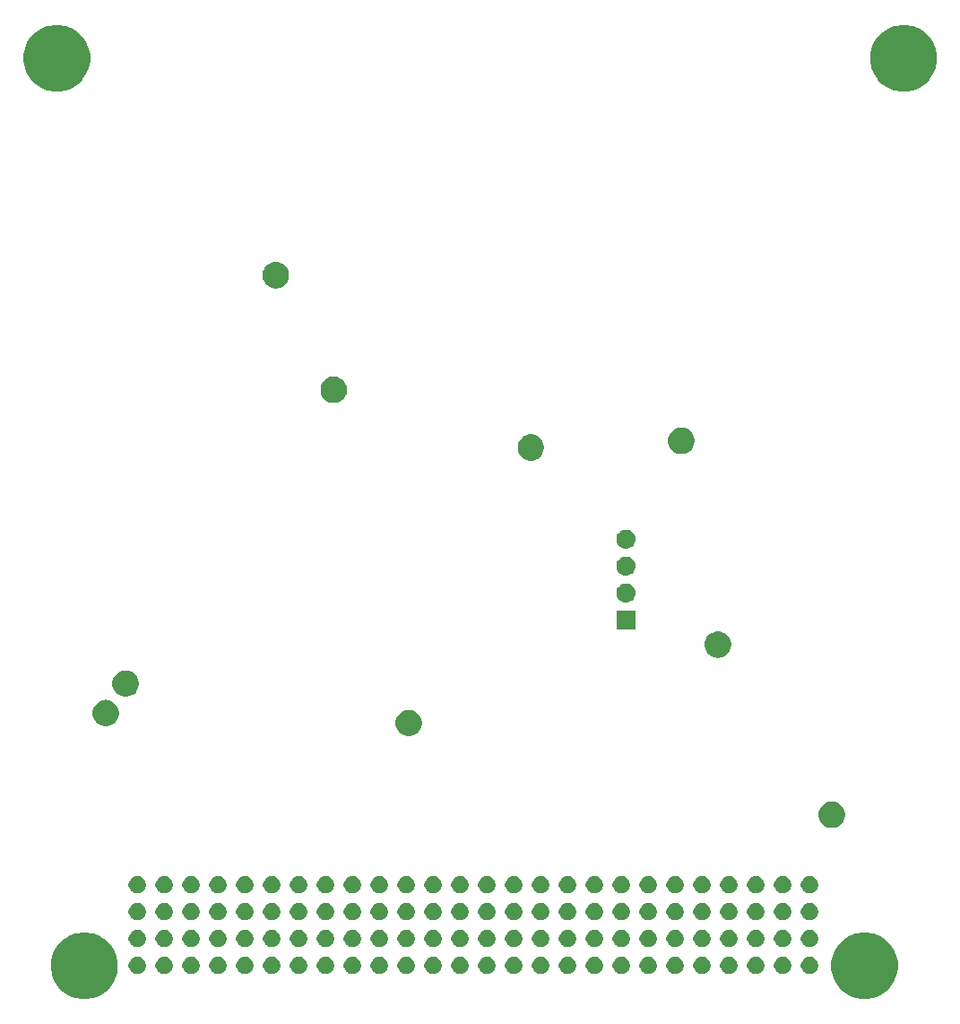
<source format=gbr>
G04 #@! TF.GenerationSoftware,KiCad,Pcbnew,(5.0.1-3-g963ef8bb5)*
G04 #@! TF.CreationDate,2021-05-26T22:53:26+02:00*
G04 #@! TF.ProjectId,EPS_v3_NanoSatLab,4550535F76335F4E616E6F5361744C61,rev?*
G04 #@! TF.SameCoordinates,Original*
G04 #@! TF.FileFunction,Soldermask,Bot*
G04 #@! TF.FilePolarity,Negative*
%FSLAX46Y46*%
G04 Gerber Fmt 4.6, Leading zero omitted, Abs format (unit mm)*
G04 Created by KiCad (PCBNEW (5.0.1-3-g963ef8bb5)) date 2021 May 26, Wednesday 22:53:26*
%MOMM*%
%LPD*%
G01*
G04 APERTURE LIST*
%ADD10C,0.100000*%
G04 APERTURE END LIST*
D10*
G36*
X181176580Y-134126584D02*
X181463888Y-134183733D01*
X182037333Y-134421262D01*
X182252104Y-134564768D01*
X182553423Y-134766103D01*
X182992314Y-135204994D01*
X182992316Y-135204997D01*
X183337155Y-135721084D01*
X183337155Y-135721085D01*
X183574684Y-136294530D01*
X183695775Y-136903294D01*
X183695775Y-137523990D01*
X183637623Y-137816340D01*
X183574684Y-138132755D01*
X183337155Y-138706200D01*
X182994641Y-139218807D01*
X182992314Y-139222290D01*
X182553423Y-139661181D01*
X182553420Y-139661183D01*
X182037333Y-140006022D01*
X181463888Y-140243551D01*
X181260966Y-140283915D01*
X180855123Y-140364642D01*
X180234427Y-140364642D01*
X179828584Y-140283915D01*
X179625662Y-140243551D01*
X179052217Y-140006022D01*
X178536130Y-139661183D01*
X178536127Y-139661181D01*
X178097236Y-139222290D01*
X178094909Y-139218807D01*
X177752395Y-138706200D01*
X177514866Y-138132755D01*
X177451927Y-137816340D01*
X177393775Y-137523990D01*
X177393775Y-136903294D01*
X177514866Y-136294530D01*
X177752395Y-135721085D01*
X177752395Y-135721084D01*
X178097234Y-135204997D01*
X178097236Y-135204994D01*
X178536127Y-134766103D01*
X178837446Y-134564768D01*
X179052217Y-134421262D01*
X179625662Y-134183733D01*
X179912970Y-134126584D01*
X180234427Y-134062642D01*
X180855123Y-134062642D01*
X181176580Y-134126584D01*
X181176580Y-134126584D01*
G37*
G36*
X107476580Y-134126584D02*
X107763888Y-134183733D01*
X108337333Y-134421262D01*
X108552104Y-134564768D01*
X108853423Y-134766103D01*
X109292314Y-135204994D01*
X109292316Y-135204997D01*
X109637155Y-135721084D01*
X109637155Y-135721085D01*
X109874684Y-136294530D01*
X109995775Y-136903294D01*
X109995775Y-137523990D01*
X109937623Y-137816340D01*
X109874684Y-138132755D01*
X109637155Y-138706200D01*
X109294641Y-139218807D01*
X109292314Y-139222290D01*
X108853423Y-139661181D01*
X108853420Y-139661183D01*
X108337333Y-140006022D01*
X107763888Y-140243551D01*
X107560966Y-140283915D01*
X107155123Y-140364642D01*
X106534427Y-140364642D01*
X106128584Y-140283915D01*
X105925662Y-140243551D01*
X105352217Y-140006022D01*
X104836130Y-139661183D01*
X104836127Y-139661181D01*
X104397236Y-139222290D01*
X104394909Y-139218807D01*
X104052395Y-138706200D01*
X103814866Y-138132755D01*
X103751927Y-137816340D01*
X103693775Y-137523990D01*
X103693775Y-136903294D01*
X103814866Y-136294530D01*
X104052395Y-135721085D01*
X104052395Y-135721084D01*
X104397234Y-135204997D01*
X104397236Y-135204994D01*
X104836127Y-134766103D01*
X105137446Y-134564768D01*
X105352217Y-134421262D01*
X105925662Y-134183733D01*
X106212970Y-134126584D01*
X106534427Y-134062642D01*
X107155123Y-134062642D01*
X107476580Y-134126584D01*
X107476580Y-134126584D01*
G37*
G36*
X170501917Y-136403084D02*
X170649877Y-136464372D01*
X170783033Y-136553344D01*
X170896273Y-136666584D01*
X170985245Y-136799740D01*
X171046533Y-136947700D01*
X171077775Y-137104767D01*
X171077775Y-137264917D01*
X171046533Y-137421984D01*
X170985245Y-137569944D01*
X170896273Y-137703100D01*
X170783033Y-137816340D01*
X170649877Y-137905312D01*
X170501917Y-137966600D01*
X170344850Y-137997842D01*
X170184700Y-137997842D01*
X170027633Y-137966600D01*
X169879673Y-137905312D01*
X169746517Y-137816340D01*
X169633277Y-137703100D01*
X169544305Y-137569944D01*
X169483017Y-137421984D01*
X169451775Y-137264917D01*
X169451775Y-137104767D01*
X169483017Y-136947700D01*
X169544305Y-136799740D01*
X169633277Y-136666584D01*
X169746517Y-136553344D01*
X169879673Y-136464372D01*
X170027633Y-136403084D01*
X170184700Y-136371842D01*
X170344850Y-136371842D01*
X170501917Y-136403084D01*
X170501917Y-136403084D01*
G37*
G36*
X167961917Y-136403084D02*
X168109877Y-136464372D01*
X168243033Y-136553344D01*
X168356273Y-136666584D01*
X168445245Y-136799740D01*
X168506533Y-136947700D01*
X168537775Y-137104767D01*
X168537775Y-137264917D01*
X168506533Y-137421984D01*
X168445245Y-137569944D01*
X168356273Y-137703100D01*
X168243033Y-137816340D01*
X168109877Y-137905312D01*
X167961917Y-137966600D01*
X167804850Y-137997842D01*
X167644700Y-137997842D01*
X167487633Y-137966600D01*
X167339673Y-137905312D01*
X167206517Y-137816340D01*
X167093277Y-137703100D01*
X167004305Y-137569944D01*
X166943017Y-137421984D01*
X166911775Y-137264917D01*
X166911775Y-137104767D01*
X166943017Y-136947700D01*
X167004305Y-136799740D01*
X167093277Y-136666584D01*
X167206517Y-136553344D01*
X167339673Y-136464372D01*
X167487633Y-136403084D01*
X167644700Y-136371842D01*
X167804850Y-136371842D01*
X167961917Y-136403084D01*
X167961917Y-136403084D01*
G37*
G36*
X165421917Y-136403084D02*
X165569877Y-136464372D01*
X165703033Y-136553344D01*
X165816273Y-136666584D01*
X165905245Y-136799740D01*
X165966533Y-136947700D01*
X165997775Y-137104767D01*
X165997775Y-137264917D01*
X165966533Y-137421984D01*
X165905245Y-137569944D01*
X165816273Y-137703100D01*
X165703033Y-137816340D01*
X165569877Y-137905312D01*
X165421917Y-137966600D01*
X165264850Y-137997842D01*
X165104700Y-137997842D01*
X164947633Y-137966600D01*
X164799673Y-137905312D01*
X164666517Y-137816340D01*
X164553277Y-137703100D01*
X164464305Y-137569944D01*
X164403017Y-137421984D01*
X164371775Y-137264917D01*
X164371775Y-137104767D01*
X164403017Y-136947700D01*
X164464305Y-136799740D01*
X164553277Y-136666584D01*
X164666517Y-136553344D01*
X164799673Y-136464372D01*
X164947633Y-136403084D01*
X165104700Y-136371842D01*
X165264850Y-136371842D01*
X165421917Y-136403084D01*
X165421917Y-136403084D01*
G37*
G36*
X162881917Y-136403084D02*
X163029877Y-136464372D01*
X163163033Y-136553344D01*
X163276273Y-136666584D01*
X163365245Y-136799740D01*
X163426533Y-136947700D01*
X163457775Y-137104767D01*
X163457775Y-137264917D01*
X163426533Y-137421984D01*
X163365245Y-137569944D01*
X163276273Y-137703100D01*
X163163033Y-137816340D01*
X163029877Y-137905312D01*
X162881917Y-137966600D01*
X162724850Y-137997842D01*
X162564700Y-137997842D01*
X162407633Y-137966600D01*
X162259673Y-137905312D01*
X162126517Y-137816340D01*
X162013277Y-137703100D01*
X161924305Y-137569944D01*
X161863017Y-137421984D01*
X161831775Y-137264917D01*
X161831775Y-137104767D01*
X161863017Y-136947700D01*
X161924305Y-136799740D01*
X162013277Y-136666584D01*
X162126517Y-136553344D01*
X162259673Y-136464372D01*
X162407633Y-136403084D01*
X162564700Y-136371842D01*
X162724850Y-136371842D01*
X162881917Y-136403084D01*
X162881917Y-136403084D01*
G37*
G36*
X160341917Y-136403084D02*
X160489877Y-136464372D01*
X160623033Y-136553344D01*
X160736273Y-136666584D01*
X160825245Y-136799740D01*
X160886533Y-136947700D01*
X160917775Y-137104767D01*
X160917775Y-137264917D01*
X160886533Y-137421984D01*
X160825245Y-137569944D01*
X160736273Y-137703100D01*
X160623033Y-137816340D01*
X160489877Y-137905312D01*
X160341917Y-137966600D01*
X160184850Y-137997842D01*
X160024700Y-137997842D01*
X159867633Y-137966600D01*
X159719673Y-137905312D01*
X159586517Y-137816340D01*
X159473277Y-137703100D01*
X159384305Y-137569944D01*
X159323017Y-137421984D01*
X159291775Y-137264917D01*
X159291775Y-137104767D01*
X159323017Y-136947700D01*
X159384305Y-136799740D01*
X159473277Y-136666584D01*
X159586517Y-136553344D01*
X159719673Y-136464372D01*
X159867633Y-136403084D01*
X160024700Y-136371842D01*
X160184850Y-136371842D01*
X160341917Y-136403084D01*
X160341917Y-136403084D01*
G37*
G36*
X157801917Y-136403084D02*
X157949877Y-136464372D01*
X158083033Y-136553344D01*
X158196273Y-136666584D01*
X158285245Y-136799740D01*
X158346533Y-136947700D01*
X158377775Y-137104767D01*
X158377775Y-137264917D01*
X158346533Y-137421984D01*
X158285245Y-137569944D01*
X158196273Y-137703100D01*
X158083033Y-137816340D01*
X157949877Y-137905312D01*
X157801917Y-137966600D01*
X157644850Y-137997842D01*
X157484700Y-137997842D01*
X157327633Y-137966600D01*
X157179673Y-137905312D01*
X157046517Y-137816340D01*
X156933277Y-137703100D01*
X156844305Y-137569944D01*
X156783017Y-137421984D01*
X156751775Y-137264917D01*
X156751775Y-137104767D01*
X156783017Y-136947700D01*
X156844305Y-136799740D01*
X156933277Y-136666584D01*
X157046517Y-136553344D01*
X157179673Y-136464372D01*
X157327633Y-136403084D01*
X157484700Y-136371842D01*
X157644850Y-136371842D01*
X157801917Y-136403084D01*
X157801917Y-136403084D01*
G37*
G36*
X155261917Y-136403084D02*
X155409877Y-136464372D01*
X155543033Y-136553344D01*
X155656273Y-136666584D01*
X155745245Y-136799740D01*
X155806533Y-136947700D01*
X155837775Y-137104767D01*
X155837775Y-137264917D01*
X155806533Y-137421984D01*
X155745245Y-137569944D01*
X155656273Y-137703100D01*
X155543033Y-137816340D01*
X155409877Y-137905312D01*
X155261917Y-137966600D01*
X155104850Y-137997842D01*
X154944700Y-137997842D01*
X154787633Y-137966600D01*
X154639673Y-137905312D01*
X154506517Y-137816340D01*
X154393277Y-137703100D01*
X154304305Y-137569944D01*
X154243017Y-137421984D01*
X154211775Y-137264917D01*
X154211775Y-137104767D01*
X154243017Y-136947700D01*
X154304305Y-136799740D01*
X154393277Y-136666584D01*
X154506517Y-136553344D01*
X154639673Y-136464372D01*
X154787633Y-136403084D01*
X154944700Y-136371842D01*
X155104850Y-136371842D01*
X155261917Y-136403084D01*
X155261917Y-136403084D01*
G37*
G36*
X152721917Y-136403084D02*
X152869877Y-136464372D01*
X153003033Y-136553344D01*
X153116273Y-136666584D01*
X153205245Y-136799740D01*
X153266533Y-136947700D01*
X153297775Y-137104767D01*
X153297775Y-137264917D01*
X153266533Y-137421984D01*
X153205245Y-137569944D01*
X153116273Y-137703100D01*
X153003033Y-137816340D01*
X152869877Y-137905312D01*
X152721917Y-137966600D01*
X152564850Y-137997842D01*
X152404700Y-137997842D01*
X152247633Y-137966600D01*
X152099673Y-137905312D01*
X151966517Y-137816340D01*
X151853277Y-137703100D01*
X151764305Y-137569944D01*
X151703017Y-137421984D01*
X151671775Y-137264917D01*
X151671775Y-137104767D01*
X151703017Y-136947700D01*
X151764305Y-136799740D01*
X151853277Y-136666584D01*
X151966517Y-136553344D01*
X152099673Y-136464372D01*
X152247633Y-136403084D01*
X152404700Y-136371842D01*
X152564850Y-136371842D01*
X152721917Y-136403084D01*
X152721917Y-136403084D01*
G37*
G36*
X150181917Y-136403084D02*
X150329877Y-136464372D01*
X150463033Y-136553344D01*
X150576273Y-136666584D01*
X150665245Y-136799740D01*
X150726533Y-136947700D01*
X150757775Y-137104767D01*
X150757775Y-137264917D01*
X150726533Y-137421984D01*
X150665245Y-137569944D01*
X150576273Y-137703100D01*
X150463033Y-137816340D01*
X150329877Y-137905312D01*
X150181917Y-137966600D01*
X150024850Y-137997842D01*
X149864700Y-137997842D01*
X149707633Y-137966600D01*
X149559673Y-137905312D01*
X149426517Y-137816340D01*
X149313277Y-137703100D01*
X149224305Y-137569944D01*
X149163017Y-137421984D01*
X149131775Y-137264917D01*
X149131775Y-137104767D01*
X149163017Y-136947700D01*
X149224305Y-136799740D01*
X149313277Y-136666584D01*
X149426517Y-136553344D01*
X149559673Y-136464372D01*
X149707633Y-136403084D01*
X149864700Y-136371842D01*
X150024850Y-136371842D01*
X150181917Y-136403084D01*
X150181917Y-136403084D01*
G37*
G36*
X147641917Y-136403084D02*
X147789877Y-136464372D01*
X147923033Y-136553344D01*
X148036273Y-136666584D01*
X148125245Y-136799740D01*
X148186533Y-136947700D01*
X148217775Y-137104767D01*
X148217775Y-137264917D01*
X148186533Y-137421984D01*
X148125245Y-137569944D01*
X148036273Y-137703100D01*
X147923033Y-137816340D01*
X147789877Y-137905312D01*
X147641917Y-137966600D01*
X147484850Y-137997842D01*
X147324700Y-137997842D01*
X147167633Y-137966600D01*
X147019673Y-137905312D01*
X146886517Y-137816340D01*
X146773277Y-137703100D01*
X146684305Y-137569944D01*
X146623017Y-137421984D01*
X146591775Y-137264917D01*
X146591775Y-137104767D01*
X146623017Y-136947700D01*
X146684305Y-136799740D01*
X146773277Y-136666584D01*
X146886517Y-136553344D01*
X147019673Y-136464372D01*
X147167633Y-136403084D01*
X147324700Y-136371842D01*
X147484850Y-136371842D01*
X147641917Y-136403084D01*
X147641917Y-136403084D01*
G37*
G36*
X145101917Y-136403084D02*
X145249877Y-136464372D01*
X145383033Y-136553344D01*
X145496273Y-136666584D01*
X145585245Y-136799740D01*
X145646533Y-136947700D01*
X145677775Y-137104767D01*
X145677775Y-137264917D01*
X145646533Y-137421984D01*
X145585245Y-137569944D01*
X145496273Y-137703100D01*
X145383033Y-137816340D01*
X145249877Y-137905312D01*
X145101917Y-137966600D01*
X144944850Y-137997842D01*
X144784700Y-137997842D01*
X144627633Y-137966600D01*
X144479673Y-137905312D01*
X144346517Y-137816340D01*
X144233277Y-137703100D01*
X144144305Y-137569944D01*
X144083017Y-137421984D01*
X144051775Y-137264917D01*
X144051775Y-137104767D01*
X144083017Y-136947700D01*
X144144305Y-136799740D01*
X144233277Y-136666584D01*
X144346517Y-136553344D01*
X144479673Y-136464372D01*
X144627633Y-136403084D01*
X144784700Y-136371842D01*
X144944850Y-136371842D01*
X145101917Y-136403084D01*
X145101917Y-136403084D01*
G37*
G36*
X142561917Y-136403084D02*
X142709877Y-136464372D01*
X142843033Y-136553344D01*
X142956273Y-136666584D01*
X143045245Y-136799740D01*
X143106533Y-136947700D01*
X143137775Y-137104767D01*
X143137775Y-137264917D01*
X143106533Y-137421984D01*
X143045245Y-137569944D01*
X142956273Y-137703100D01*
X142843033Y-137816340D01*
X142709877Y-137905312D01*
X142561917Y-137966600D01*
X142404850Y-137997842D01*
X142244700Y-137997842D01*
X142087633Y-137966600D01*
X141939673Y-137905312D01*
X141806517Y-137816340D01*
X141693277Y-137703100D01*
X141604305Y-137569944D01*
X141543017Y-137421984D01*
X141511775Y-137264917D01*
X141511775Y-137104767D01*
X141543017Y-136947700D01*
X141604305Y-136799740D01*
X141693277Y-136666584D01*
X141806517Y-136553344D01*
X141939673Y-136464372D01*
X142087633Y-136403084D01*
X142244700Y-136371842D01*
X142404850Y-136371842D01*
X142561917Y-136403084D01*
X142561917Y-136403084D01*
G37*
G36*
X140021917Y-136403084D02*
X140169877Y-136464372D01*
X140303033Y-136553344D01*
X140416273Y-136666584D01*
X140505245Y-136799740D01*
X140566533Y-136947700D01*
X140597775Y-137104767D01*
X140597775Y-137264917D01*
X140566533Y-137421984D01*
X140505245Y-137569944D01*
X140416273Y-137703100D01*
X140303033Y-137816340D01*
X140169877Y-137905312D01*
X140021917Y-137966600D01*
X139864850Y-137997842D01*
X139704700Y-137997842D01*
X139547633Y-137966600D01*
X139399673Y-137905312D01*
X139266517Y-137816340D01*
X139153277Y-137703100D01*
X139064305Y-137569944D01*
X139003017Y-137421984D01*
X138971775Y-137264917D01*
X138971775Y-137104767D01*
X139003017Y-136947700D01*
X139064305Y-136799740D01*
X139153277Y-136666584D01*
X139266517Y-136553344D01*
X139399673Y-136464372D01*
X139547633Y-136403084D01*
X139704700Y-136371842D01*
X139864850Y-136371842D01*
X140021917Y-136403084D01*
X140021917Y-136403084D01*
G37*
G36*
X137481917Y-136403084D02*
X137629877Y-136464372D01*
X137763033Y-136553344D01*
X137876273Y-136666584D01*
X137965245Y-136799740D01*
X138026533Y-136947700D01*
X138057775Y-137104767D01*
X138057775Y-137264917D01*
X138026533Y-137421984D01*
X137965245Y-137569944D01*
X137876273Y-137703100D01*
X137763033Y-137816340D01*
X137629877Y-137905312D01*
X137481917Y-137966600D01*
X137324850Y-137997842D01*
X137164700Y-137997842D01*
X137007633Y-137966600D01*
X136859673Y-137905312D01*
X136726517Y-137816340D01*
X136613277Y-137703100D01*
X136524305Y-137569944D01*
X136463017Y-137421984D01*
X136431775Y-137264917D01*
X136431775Y-137104767D01*
X136463017Y-136947700D01*
X136524305Y-136799740D01*
X136613277Y-136666584D01*
X136726517Y-136553344D01*
X136859673Y-136464372D01*
X137007633Y-136403084D01*
X137164700Y-136371842D01*
X137324850Y-136371842D01*
X137481917Y-136403084D01*
X137481917Y-136403084D01*
G37*
G36*
X134941917Y-136403084D02*
X135089877Y-136464372D01*
X135223033Y-136553344D01*
X135336273Y-136666584D01*
X135425245Y-136799740D01*
X135486533Y-136947700D01*
X135517775Y-137104767D01*
X135517775Y-137264917D01*
X135486533Y-137421984D01*
X135425245Y-137569944D01*
X135336273Y-137703100D01*
X135223033Y-137816340D01*
X135089877Y-137905312D01*
X134941917Y-137966600D01*
X134784850Y-137997842D01*
X134624700Y-137997842D01*
X134467633Y-137966600D01*
X134319673Y-137905312D01*
X134186517Y-137816340D01*
X134073277Y-137703100D01*
X133984305Y-137569944D01*
X133923017Y-137421984D01*
X133891775Y-137264917D01*
X133891775Y-137104767D01*
X133923017Y-136947700D01*
X133984305Y-136799740D01*
X134073277Y-136666584D01*
X134186517Y-136553344D01*
X134319673Y-136464372D01*
X134467633Y-136403084D01*
X134624700Y-136371842D01*
X134784850Y-136371842D01*
X134941917Y-136403084D01*
X134941917Y-136403084D01*
G37*
G36*
X132401917Y-136403084D02*
X132549877Y-136464372D01*
X132683033Y-136553344D01*
X132796273Y-136666584D01*
X132885245Y-136799740D01*
X132946533Y-136947700D01*
X132977775Y-137104767D01*
X132977775Y-137264917D01*
X132946533Y-137421984D01*
X132885245Y-137569944D01*
X132796273Y-137703100D01*
X132683033Y-137816340D01*
X132549877Y-137905312D01*
X132401917Y-137966600D01*
X132244850Y-137997842D01*
X132084700Y-137997842D01*
X131927633Y-137966600D01*
X131779673Y-137905312D01*
X131646517Y-137816340D01*
X131533277Y-137703100D01*
X131444305Y-137569944D01*
X131383017Y-137421984D01*
X131351775Y-137264917D01*
X131351775Y-137104767D01*
X131383017Y-136947700D01*
X131444305Y-136799740D01*
X131533277Y-136666584D01*
X131646517Y-136553344D01*
X131779673Y-136464372D01*
X131927633Y-136403084D01*
X132084700Y-136371842D01*
X132244850Y-136371842D01*
X132401917Y-136403084D01*
X132401917Y-136403084D01*
G37*
G36*
X129861917Y-136403084D02*
X130009877Y-136464372D01*
X130143033Y-136553344D01*
X130256273Y-136666584D01*
X130345245Y-136799740D01*
X130406533Y-136947700D01*
X130437775Y-137104767D01*
X130437775Y-137264917D01*
X130406533Y-137421984D01*
X130345245Y-137569944D01*
X130256273Y-137703100D01*
X130143033Y-137816340D01*
X130009877Y-137905312D01*
X129861917Y-137966600D01*
X129704850Y-137997842D01*
X129544700Y-137997842D01*
X129387633Y-137966600D01*
X129239673Y-137905312D01*
X129106517Y-137816340D01*
X128993277Y-137703100D01*
X128904305Y-137569944D01*
X128843017Y-137421984D01*
X128811775Y-137264917D01*
X128811775Y-137104767D01*
X128843017Y-136947700D01*
X128904305Y-136799740D01*
X128993277Y-136666584D01*
X129106517Y-136553344D01*
X129239673Y-136464372D01*
X129387633Y-136403084D01*
X129544700Y-136371842D01*
X129704850Y-136371842D01*
X129861917Y-136403084D01*
X129861917Y-136403084D01*
G37*
G36*
X127321917Y-136403084D02*
X127469877Y-136464372D01*
X127603033Y-136553344D01*
X127716273Y-136666584D01*
X127805245Y-136799740D01*
X127866533Y-136947700D01*
X127897775Y-137104767D01*
X127897775Y-137264917D01*
X127866533Y-137421984D01*
X127805245Y-137569944D01*
X127716273Y-137703100D01*
X127603033Y-137816340D01*
X127469877Y-137905312D01*
X127321917Y-137966600D01*
X127164850Y-137997842D01*
X127004700Y-137997842D01*
X126847633Y-137966600D01*
X126699673Y-137905312D01*
X126566517Y-137816340D01*
X126453277Y-137703100D01*
X126364305Y-137569944D01*
X126303017Y-137421984D01*
X126271775Y-137264917D01*
X126271775Y-137104767D01*
X126303017Y-136947700D01*
X126364305Y-136799740D01*
X126453277Y-136666584D01*
X126566517Y-136553344D01*
X126699673Y-136464372D01*
X126847633Y-136403084D01*
X127004700Y-136371842D01*
X127164850Y-136371842D01*
X127321917Y-136403084D01*
X127321917Y-136403084D01*
G37*
G36*
X124781917Y-136403084D02*
X124929877Y-136464372D01*
X125063033Y-136553344D01*
X125176273Y-136666584D01*
X125265245Y-136799740D01*
X125326533Y-136947700D01*
X125357775Y-137104767D01*
X125357775Y-137264917D01*
X125326533Y-137421984D01*
X125265245Y-137569944D01*
X125176273Y-137703100D01*
X125063033Y-137816340D01*
X124929877Y-137905312D01*
X124781917Y-137966600D01*
X124624850Y-137997842D01*
X124464700Y-137997842D01*
X124307633Y-137966600D01*
X124159673Y-137905312D01*
X124026517Y-137816340D01*
X123913277Y-137703100D01*
X123824305Y-137569944D01*
X123763017Y-137421984D01*
X123731775Y-137264917D01*
X123731775Y-137104767D01*
X123763017Y-136947700D01*
X123824305Y-136799740D01*
X123913277Y-136666584D01*
X124026517Y-136553344D01*
X124159673Y-136464372D01*
X124307633Y-136403084D01*
X124464700Y-136371842D01*
X124624850Y-136371842D01*
X124781917Y-136403084D01*
X124781917Y-136403084D01*
G37*
G36*
X122241917Y-136403084D02*
X122389877Y-136464372D01*
X122523033Y-136553344D01*
X122636273Y-136666584D01*
X122725245Y-136799740D01*
X122786533Y-136947700D01*
X122817775Y-137104767D01*
X122817775Y-137264917D01*
X122786533Y-137421984D01*
X122725245Y-137569944D01*
X122636273Y-137703100D01*
X122523033Y-137816340D01*
X122389877Y-137905312D01*
X122241917Y-137966600D01*
X122084850Y-137997842D01*
X121924700Y-137997842D01*
X121767633Y-137966600D01*
X121619673Y-137905312D01*
X121486517Y-137816340D01*
X121373277Y-137703100D01*
X121284305Y-137569944D01*
X121223017Y-137421984D01*
X121191775Y-137264917D01*
X121191775Y-137104767D01*
X121223017Y-136947700D01*
X121284305Y-136799740D01*
X121373277Y-136666584D01*
X121486517Y-136553344D01*
X121619673Y-136464372D01*
X121767633Y-136403084D01*
X121924700Y-136371842D01*
X122084850Y-136371842D01*
X122241917Y-136403084D01*
X122241917Y-136403084D01*
G37*
G36*
X119701917Y-136403084D02*
X119849877Y-136464372D01*
X119983033Y-136553344D01*
X120096273Y-136666584D01*
X120185245Y-136799740D01*
X120246533Y-136947700D01*
X120277775Y-137104767D01*
X120277775Y-137264917D01*
X120246533Y-137421984D01*
X120185245Y-137569944D01*
X120096273Y-137703100D01*
X119983033Y-137816340D01*
X119849877Y-137905312D01*
X119701917Y-137966600D01*
X119544850Y-137997842D01*
X119384700Y-137997842D01*
X119227633Y-137966600D01*
X119079673Y-137905312D01*
X118946517Y-137816340D01*
X118833277Y-137703100D01*
X118744305Y-137569944D01*
X118683017Y-137421984D01*
X118651775Y-137264917D01*
X118651775Y-137104767D01*
X118683017Y-136947700D01*
X118744305Y-136799740D01*
X118833277Y-136666584D01*
X118946517Y-136553344D01*
X119079673Y-136464372D01*
X119227633Y-136403084D01*
X119384700Y-136371842D01*
X119544850Y-136371842D01*
X119701917Y-136403084D01*
X119701917Y-136403084D01*
G37*
G36*
X117161917Y-136403084D02*
X117309877Y-136464372D01*
X117443033Y-136553344D01*
X117556273Y-136666584D01*
X117645245Y-136799740D01*
X117706533Y-136947700D01*
X117737775Y-137104767D01*
X117737775Y-137264917D01*
X117706533Y-137421984D01*
X117645245Y-137569944D01*
X117556273Y-137703100D01*
X117443033Y-137816340D01*
X117309877Y-137905312D01*
X117161917Y-137966600D01*
X117004850Y-137997842D01*
X116844700Y-137997842D01*
X116687633Y-137966600D01*
X116539673Y-137905312D01*
X116406517Y-137816340D01*
X116293277Y-137703100D01*
X116204305Y-137569944D01*
X116143017Y-137421984D01*
X116111775Y-137264917D01*
X116111775Y-137104767D01*
X116143017Y-136947700D01*
X116204305Y-136799740D01*
X116293277Y-136666584D01*
X116406517Y-136553344D01*
X116539673Y-136464372D01*
X116687633Y-136403084D01*
X116844700Y-136371842D01*
X117004850Y-136371842D01*
X117161917Y-136403084D01*
X117161917Y-136403084D01*
G37*
G36*
X114621917Y-136403084D02*
X114769877Y-136464372D01*
X114903033Y-136553344D01*
X115016273Y-136666584D01*
X115105245Y-136799740D01*
X115166533Y-136947700D01*
X115197775Y-137104767D01*
X115197775Y-137264917D01*
X115166533Y-137421984D01*
X115105245Y-137569944D01*
X115016273Y-137703100D01*
X114903033Y-137816340D01*
X114769877Y-137905312D01*
X114621917Y-137966600D01*
X114464850Y-137997842D01*
X114304700Y-137997842D01*
X114147633Y-137966600D01*
X113999673Y-137905312D01*
X113866517Y-137816340D01*
X113753277Y-137703100D01*
X113664305Y-137569944D01*
X113603017Y-137421984D01*
X113571775Y-137264917D01*
X113571775Y-137104767D01*
X113603017Y-136947700D01*
X113664305Y-136799740D01*
X113753277Y-136666584D01*
X113866517Y-136553344D01*
X113999673Y-136464372D01*
X114147633Y-136403084D01*
X114304700Y-136371842D01*
X114464850Y-136371842D01*
X114621917Y-136403084D01*
X114621917Y-136403084D01*
G37*
G36*
X112081917Y-136403084D02*
X112229877Y-136464372D01*
X112363033Y-136553344D01*
X112476273Y-136666584D01*
X112565245Y-136799740D01*
X112626533Y-136947700D01*
X112657775Y-137104767D01*
X112657775Y-137264917D01*
X112626533Y-137421984D01*
X112565245Y-137569944D01*
X112476273Y-137703100D01*
X112363033Y-137816340D01*
X112229877Y-137905312D01*
X112081917Y-137966600D01*
X111924850Y-137997842D01*
X111764700Y-137997842D01*
X111607633Y-137966600D01*
X111459673Y-137905312D01*
X111326517Y-137816340D01*
X111213277Y-137703100D01*
X111124305Y-137569944D01*
X111063017Y-137421984D01*
X111031775Y-137264917D01*
X111031775Y-137104767D01*
X111063017Y-136947700D01*
X111124305Y-136799740D01*
X111213277Y-136666584D01*
X111326517Y-136553344D01*
X111459673Y-136464372D01*
X111607633Y-136403084D01*
X111764700Y-136371842D01*
X111924850Y-136371842D01*
X112081917Y-136403084D01*
X112081917Y-136403084D01*
G37*
G36*
X175581917Y-136403084D02*
X175729877Y-136464372D01*
X175863033Y-136553344D01*
X175976273Y-136666584D01*
X176065245Y-136799740D01*
X176126533Y-136947700D01*
X176157775Y-137104767D01*
X176157775Y-137264917D01*
X176126533Y-137421984D01*
X176065245Y-137569944D01*
X175976273Y-137703100D01*
X175863033Y-137816340D01*
X175729877Y-137905312D01*
X175581917Y-137966600D01*
X175424850Y-137997842D01*
X175264700Y-137997842D01*
X175107633Y-137966600D01*
X174959673Y-137905312D01*
X174826517Y-137816340D01*
X174713277Y-137703100D01*
X174624305Y-137569944D01*
X174563017Y-137421984D01*
X174531775Y-137264917D01*
X174531775Y-137104767D01*
X174563017Y-136947700D01*
X174624305Y-136799740D01*
X174713277Y-136666584D01*
X174826517Y-136553344D01*
X174959673Y-136464372D01*
X175107633Y-136403084D01*
X175264700Y-136371842D01*
X175424850Y-136371842D01*
X175581917Y-136403084D01*
X175581917Y-136403084D01*
G37*
G36*
X173041917Y-136403084D02*
X173189877Y-136464372D01*
X173323033Y-136553344D01*
X173436273Y-136666584D01*
X173525245Y-136799740D01*
X173586533Y-136947700D01*
X173617775Y-137104767D01*
X173617775Y-137264917D01*
X173586533Y-137421984D01*
X173525245Y-137569944D01*
X173436273Y-137703100D01*
X173323033Y-137816340D01*
X173189877Y-137905312D01*
X173041917Y-137966600D01*
X172884850Y-137997842D01*
X172724700Y-137997842D01*
X172567633Y-137966600D01*
X172419673Y-137905312D01*
X172286517Y-137816340D01*
X172173277Y-137703100D01*
X172084305Y-137569944D01*
X172023017Y-137421984D01*
X171991775Y-137264917D01*
X171991775Y-137104767D01*
X172023017Y-136947700D01*
X172084305Y-136799740D01*
X172173277Y-136666584D01*
X172286517Y-136553344D01*
X172419673Y-136464372D01*
X172567633Y-136403084D01*
X172724700Y-136371842D01*
X172884850Y-136371842D01*
X173041917Y-136403084D01*
X173041917Y-136403084D01*
G37*
G36*
X142561917Y-133863084D02*
X142709877Y-133924372D01*
X142843033Y-134013344D01*
X142956273Y-134126584D01*
X143045245Y-134259740D01*
X143106533Y-134407700D01*
X143137775Y-134564767D01*
X143137775Y-134724917D01*
X143106533Y-134881984D01*
X143045245Y-135029944D01*
X142956273Y-135163100D01*
X142843033Y-135276340D01*
X142709877Y-135365312D01*
X142561917Y-135426600D01*
X142404850Y-135457842D01*
X142244700Y-135457842D01*
X142087633Y-135426600D01*
X141939673Y-135365312D01*
X141806517Y-135276340D01*
X141693277Y-135163100D01*
X141604305Y-135029944D01*
X141543017Y-134881984D01*
X141511775Y-134724917D01*
X141511775Y-134564767D01*
X141543017Y-134407700D01*
X141604305Y-134259740D01*
X141693277Y-134126584D01*
X141806517Y-134013344D01*
X141939673Y-133924372D01*
X142087633Y-133863084D01*
X142244700Y-133831842D01*
X142404850Y-133831842D01*
X142561917Y-133863084D01*
X142561917Y-133863084D01*
G37*
G36*
X175581917Y-133863084D02*
X175729877Y-133924372D01*
X175863033Y-134013344D01*
X175976273Y-134126584D01*
X176065245Y-134259740D01*
X176126533Y-134407700D01*
X176157775Y-134564767D01*
X176157775Y-134724917D01*
X176126533Y-134881984D01*
X176065245Y-135029944D01*
X175976273Y-135163100D01*
X175863033Y-135276340D01*
X175729877Y-135365312D01*
X175581917Y-135426600D01*
X175424850Y-135457842D01*
X175264700Y-135457842D01*
X175107633Y-135426600D01*
X174959673Y-135365312D01*
X174826517Y-135276340D01*
X174713277Y-135163100D01*
X174624305Y-135029944D01*
X174563017Y-134881984D01*
X174531775Y-134724917D01*
X174531775Y-134564767D01*
X174563017Y-134407700D01*
X174624305Y-134259740D01*
X174713277Y-134126584D01*
X174826517Y-134013344D01*
X174959673Y-133924372D01*
X175107633Y-133863084D01*
X175264700Y-133831842D01*
X175424850Y-133831842D01*
X175581917Y-133863084D01*
X175581917Y-133863084D01*
G37*
G36*
X173041917Y-133863084D02*
X173189877Y-133924372D01*
X173323033Y-134013344D01*
X173436273Y-134126584D01*
X173525245Y-134259740D01*
X173586533Y-134407700D01*
X173617775Y-134564767D01*
X173617775Y-134724917D01*
X173586533Y-134881984D01*
X173525245Y-135029944D01*
X173436273Y-135163100D01*
X173323033Y-135276340D01*
X173189877Y-135365312D01*
X173041917Y-135426600D01*
X172884850Y-135457842D01*
X172724700Y-135457842D01*
X172567633Y-135426600D01*
X172419673Y-135365312D01*
X172286517Y-135276340D01*
X172173277Y-135163100D01*
X172084305Y-135029944D01*
X172023017Y-134881984D01*
X171991775Y-134724917D01*
X171991775Y-134564767D01*
X172023017Y-134407700D01*
X172084305Y-134259740D01*
X172173277Y-134126584D01*
X172286517Y-134013344D01*
X172419673Y-133924372D01*
X172567633Y-133863084D01*
X172724700Y-133831842D01*
X172884850Y-133831842D01*
X173041917Y-133863084D01*
X173041917Y-133863084D01*
G37*
G36*
X170501917Y-133863084D02*
X170649877Y-133924372D01*
X170783033Y-134013344D01*
X170896273Y-134126584D01*
X170985245Y-134259740D01*
X171046533Y-134407700D01*
X171077775Y-134564767D01*
X171077775Y-134724917D01*
X171046533Y-134881984D01*
X170985245Y-135029944D01*
X170896273Y-135163100D01*
X170783033Y-135276340D01*
X170649877Y-135365312D01*
X170501917Y-135426600D01*
X170344850Y-135457842D01*
X170184700Y-135457842D01*
X170027633Y-135426600D01*
X169879673Y-135365312D01*
X169746517Y-135276340D01*
X169633277Y-135163100D01*
X169544305Y-135029944D01*
X169483017Y-134881984D01*
X169451775Y-134724917D01*
X169451775Y-134564767D01*
X169483017Y-134407700D01*
X169544305Y-134259740D01*
X169633277Y-134126584D01*
X169746517Y-134013344D01*
X169879673Y-133924372D01*
X170027633Y-133863084D01*
X170184700Y-133831842D01*
X170344850Y-133831842D01*
X170501917Y-133863084D01*
X170501917Y-133863084D01*
G37*
G36*
X167961917Y-133863084D02*
X168109877Y-133924372D01*
X168243033Y-134013344D01*
X168356273Y-134126584D01*
X168445245Y-134259740D01*
X168506533Y-134407700D01*
X168537775Y-134564767D01*
X168537775Y-134724917D01*
X168506533Y-134881984D01*
X168445245Y-135029944D01*
X168356273Y-135163100D01*
X168243033Y-135276340D01*
X168109877Y-135365312D01*
X167961917Y-135426600D01*
X167804850Y-135457842D01*
X167644700Y-135457842D01*
X167487633Y-135426600D01*
X167339673Y-135365312D01*
X167206517Y-135276340D01*
X167093277Y-135163100D01*
X167004305Y-135029944D01*
X166943017Y-134881984D01*
X166911775Y-134724917D01*
X166911775Y-134564767D01*
X166943017Y-134407700D01*
X167004305Y-134259740D01*
X167093277Y-134126584D01*
X167206517Y-134013344D01*
X167339673Y-133924372D01*
X167487633Y-133863084D01*
X167644700Y-133831842D01*
X167804850Y-133831842D01*
X167961917Y-133863084D01*
X167961917Y-133863084D01*
G37*
G36*
X165421917Y-133863084D02*
X165569877Y-133924372D01*
X165703033Y-134013344D01*
X165816273Y-134126584D01*
X165905245Y-134259740D01*
X165966533Y-134407700D01*
X165997775Y-134564767D01*
X165997775Y-134724917D01*
X165966533Y-134881984D01*
X165905245Y-135029944D01*
X165816273Y-135163100D01*
X165703033Y-135276340D01*
X165569877Y-135365312D01*
X165421917Y-135426600D01*
X165264850Y-135457842D01*
X165104700Y-135457842D01*
X164947633Y-135426600D01*
X164799673Y-135365312D01*
X164666517Y-135276340D01*
X164553277Y-135163100D01*
X164464305Y-135029944D01*
X164403017Y-134881984D01*
X164371775Y-134724917D01*
X164371775Y-134564767D01*
X164403017Y-134407700D01*
X164464305Y-134259740D01*
X164553277Y-134126584D01*
X164666517Y-134013344D01*
X164799673Y-133924372D01*
X164947633Y-133863084D01*
X165104700Y-133831842D01*
X165264850Y-133831842D01*
X165421917Y-133863084D01*
X165421917Y-133863084D01*
G37*
G36*
X162881917Y-133863084D02*
X163029877Y-133924372D01*
X163163033Y-134013344D01*
X163276273Y-134126584D01*
X163365245Y-134259740D01*
X163426533Y-134407700D01*
X163457775Y-134564767D01*
X163457775Y-134724917D01*
X163426533Y-134881984D01*
X163365245Y-135029944D01*
X163276273Y-135163100D01*
X163163033Y-135276340D01*
X163029877Y-135365312D01*
X162881917Y-135426600D01*
X162724850Y-135457842D01*
X162564700Y-135457842D01*
X162407633Y-135426600D01*
X162259673Y-135365312D01*
X162126517Y-135276340D01*
X162013277Y-135163100D01*
X161924305Y-135029944D01*
X161863017Y-134881984D01*
X161831775Y-134724917D01*
X161831775Y-134564767D01*
X161863017Y-134407700D01*
X161924305Y-134259740D01*
X162013277Y-134126584D01*
X162126517Y-134013344D01*
X162259673Y-133924372D01*
X162407633Y-133863084D01*
X162564700Y-133831842D01*
X162724850Y-133831842D01*
X162881917Y-133863084D01*
X162881917Y-133863084D01*
G37*
G36*
X160341917Y-133863084D02*
X160489877Y-133924372D01*
X160623033Y-134013344D01*
X160736273Y-134126584D01*
X160825245Y-134259740D01*
X160886533Y-134407700D01*
X160917775Y-134564767D01*
X160917775Y-134724917D01*
X160886533Y-134881984D01*
X160825245Y-135029944D01*
X160736273Y-135163100D01*
X160623033Y-135276340D01*
X160489877Y-135365312D01*
X160341917Y-135426600D01*
X160184850Y-135457842D01*
X160024700Y-135457842D01*
X159867633Y-135426600D01*
X159719673Y-135365312D01*
X159586517Y-135276340D01*
X159473277Y-135163100D01*
X159384305Y-135029944D01*
X159323017Y-134881984D01*
X159291775Y-134724917D01*
X159291775Y-134564767D01*
X159323017Y-134407700D01*
X159384305Y-134259740D01*
X159473277Y-134126584D01*
X159586517Y-134013344D01*
X159719673Y-133924372D01*
X159867633Y-133863084D01*
X160024700Y-133831842D01*
X160184850Y-133831842D01*
X160341917Y-133863084D01*
X160341917Y-133863084D01*
G37*
G36*
X157801917Y-133863084D02*
X157949877Y-133924372D01*
X158083033Y-134013344D01*
X158196273Y-134126584D01*
X158285245Y-134259740D01*
X158346533Y-134407700D01*
X158377775Y-134564767D01*
X158377775Y-134724917D01*
X158346533Y-134881984D01*
X158285245Y-135029944D01*
X158196273Y-135163100D01*
X158083033Y-135276340D01*
X157949877Y-135365312D01*
X157801917Y-135426600D01*
X157644850Y-135457842D01*
X157484700Y-135457842D01*
X157327633Y-135426600D01*
X157179673Y-135365312D01*
X157046517Y-135276340D01*
X156933277Y-135163100D01*
X156844305Y-135029944D01*
X156783017Y-134881984D01*
X156751775Y-134724917D01*
X156751775Y-134564767D01*
X156783017Y-134407700D01*
X156844305Y-134259740D01*
X156933277Y-134126584D01*
X157046517Y-134013344D01*
X157179673Y-133924372D01*
X157327633Y-133863084D01*
X157484700Y-133831842D01*
X157644850Y-133831842D01*
X157801917Y-133863084D01*
X157801917Y-133863084D01*
G37*
G36*
X155261917Y-133863084D02*
X155409877Y-133924372D01*
X155543033Y-134013344D01*
X155656273Y-134126584D01*
X155745245Y-134259740D01*
X155806533Y-134407700D01*
X155837775Y-134564767D01*
X155837775Y-134724917D01*
X155806533Y-134881984D01*
X155745245Y-135029944D01*
X155656273Y-135163100D01*
X155543033Y-135276340D01*
X155409877Y-135365312D01*
X155261917Y-135426600D01*
X155104850Y-135457842D01*
X154944700Y-135457842D01*
X154787633Y-135426600D01*
X154639673Y-135365312D01*
X154506517Y-135276340D01*
X154393277Y-135163100D01*
X154304305Y-135029944D01*
X154243017Y-134881984D01*
X154211775Y-134724917D01*
X154211775Y-134564767D01*
X154243017Y-134407700D01*
X154304305Y-134259740D01*
X154393277Y-134126584D01*
X154506517Y-134013344D01*
X154639673Y-133924372D01*
X154787633Y-133863084D01*
X154944700Y-133831842D01*
X155104850Y-133831842D01*
X155261917Y-133863084D01*
X155261917Y-133863084D01*
G37*
G36*
X152721917Y-133863084D02*
X152869877Y-133924372D01*
X153003033Y-134013344D01*
X153116273Y-134126584D01*
X153205245Y-134259740D01*
X153266533Y-134407700D01*
X153297775Y-134564767D01*
X153297775Y-134724917D01*
X153266533Y-134881984D01*
X153205245Y-135029944D01*
X153116273Y-135163100D01*
X153003033Y-135276340D01*
X152869877Y-135365312D01*
X152721917Y-135426600D01*
X152564850Y-135457842D01*
X152404700Y-135457842D01*
X152247633Y-135426600D01*
X152099673Y-135365312D01*
X151966517Y-135276340D01*
X151853277Y-135163100D01*
X151764305Y-135029944D01*
X151703017Y-134881984D01*
X151671775Y-134724917D01*
X151671775Y-134564767D01*
X151703017Y-134407700D01*
X151764305Y-134259740D01*
X151853277Y-134126584D01*
X151966517Y-134013344D01*
X152099673Y-133924372D01*
X152247633Y-133863084D01*
X152404700Y-133831842D01*
X152564850Y-133831842D01*
X152721917Y-133863084D01*
X152721917Y-133863084D01*
G37*
G36*
X150181917Y-133863084D02*
X150329877Y-133924372D01*
X150463033Y-134013344D01*
X150576273Y-134126584D01*
X150665245Y-134259740D01*
X150726533Y-134407700D01*
X150757775Y-134564767D01*
X150757775Y-134724917D01*
X150726533Y-134881984D01*
X150665245Y-135029944D01*
X150576273Y-135163100D01*
X150463033Y-135276340D01*
X150329877Y-135365312D01*
X150181917Y-135426600D01*
X150024850Y-135457842D01*
X149864700Y-135457842D01*
X149707633Y-135426600D01*
X149559673Y-135365312D01*
X149426517Y-135276340D01*
X149313277Y-135163100D01*
X149224305Y-135029944D01*
X149163017Y-134881984D01*
X149131775Y-134724917D01*
X149131775Y-134564767D01*
X149163017Y-134407700D01*
X149224305Y-134259740D01*
X149313277Y-134126584D01*
X149426517Y-134013344D01*
X149559673Y-133924372D01*
X149707633Y-133863084D01*
X149864700Y-133831842D01*
X150024850Y-133831842D01*
X150181917Y-133863084D01*
X150181917Y-133863084D01*
G37*
G36*
X147641917Y-133863084D02*
X147789877Y-133924372D01*
X147923033Y-134013344D01*
X148036273Y-134126584D01*
X148125245Y-134259740D01*
X148186533Y-134407700D01*
X148217775Y-134564767D01*
X148217775Y-134724917D01*
X148186533Y-134881984D01*
X148125245Y-135029944D01*
X148036273Y-135163100D01*
X147923033Y-135276340D01*
X147789877Y-135365312D01*
X147641917Y-135426600D01*
X147484850Y-135457842D01*
X147324700Y-135457842D01*
X147167633Y-135426600D01*
X147019673Y-135365312D01*
X146886517Y-135276340D01*
X146773277Y-135163100D01*
X146684305Y-135029944D01*
X146623017Y-134881984D01*
X146591775Y-134724917D01*
X146591775Y-134564767D01*
X146623017Y-134407700D01*
X146684305Y-134259740D01*
X146773277Y-134126584D01*
X146886517Y-134013344D01*
X147019673Y-133924372D01*
X147167633Y-133863084D01*
X147324700Y-133831842D01*
X147484850Y-133831842D01*
X147641917Y-133863084D01*
X147641917Y-133863084D01*
G37*
G36*
X145101917Y-133863084D02*
X145249877Y-133924372D01*
X145383033Y-134013344D01*
X145496273Y-134126584D01*
X145585245Y-134259740D01*
X145646533Y-134407700D01*
X145677775Y-134564767D01*
X145677775Y-134724917D01*
X145646533Y-134881984D01*
X145585245Y-135029944D01*
X145496273Y-135163100D01*
X145383033Y-135276340D01*
X145249877Y-135365312D01*
X145101917Y-135426600D01*
X144944850Y-135457842D01*
X144784700Y-135457842D01*
X144627633Y-135426600D01*
X144479673Y-135365312D01*
X144346517Y-135276340D01*
X144233277Y-135163100D01*
X144144305Y-135029944D01*
X144083017Y-134881984D01*
X144051775Y-134724917D01*
X144051775Y-134564767D01*
X144083017Y-134407700D01*
X144144305Y-134259740D01*
X144233277Y-134126584D01*
X144346517Y-134013344D01*
X144479673Y-133924372D01*
X144627633Y-133863084D01*
X144784700Y-133831842D01*
X144944850Y-133831842D01*
X145101917Y-133863084D01*
X145101917Y-133863084D01*
G37*
G36*
X140021917Y-133863084D02*
X140169877Y-133924372D01*
X140303033Y-134013344D01*
X140416273Y-134126584D01*
X140505245Y-134259740D01*
X140566533Y-134407700D01*
X140597775Y-134564767D01*
X140597775Y-134724917D01*
X140566533Y-134881984D01*
X140505245Y-135029944D01*
X140416273Y-135163100D01*
X140303033Y-135276340D01*
X140169877Y-135365312D01*
X140021917Y-135426600D01*
X139864850Y-135457842D01*
X139704700Y-135457842D01*
X139547633Y-135426600D01*
X139399673Y-135365312D01*
X139266517Y-135276340D01*
X139153277Y-135163100D01*
X139064305Y-135029944D01*
X139003017Y-134881984D01*
X138971775Y-134724917D01*
X138971775Y-134564767D01*
X139003017Y-134407700D01*
X139064305Y-134259740D01*
X139153277Y-134126584D01*
X139266517Y-134013344D01*
X139399673Y-133924372D01*
X139547633Y-133863084D01*
X139704700Y-133831842D01*
X139864850Y-133831842D01*
X140021917Y-133863084D01*
X140021917Y-133863084D01*
G37*
G36*
X137481917Y-133863084D02*
X137629877Y-133924372D01*
X137763033Y-134013344D01*
X137876273Y-134126584D01*
X137965245Y-134259740D01*
X138026533Y-134407700D01*
X138057775Y-134564767D01*
X138057775Y-134724917D01*
X138026533Y-134881984D01*
X137965245Y-135029944D01*
X137876273Y-135163100D01*
X137763033Y-135276340D01*
X137629877Y-135365312D01*
X137481917Y-135426600D01*
X137324850Y-135457842D01*
X137164700Y-135457842D01*
X137007633Y-135426600D01*
X136859673Y-135365312D01*
X136726517Y-135276340D01*
X136613277Y-135163100D01*
X136524305Y-135029944D01*
X136463017Y-134881984D01*
X136431775Y-134724917D01*
X136431775Y-134564767D01*
X136463017Y-134407700D01*
X136524305Y-134259740D01*
X136613277Y-134126584D01*
X136726517Y-134013344D01*
X136859673Y-133924372D01*
X137007633Y-133863084D01*
X137164700Y-133831842D01*
X137324850Y-133831842D01*
X137481917Y-133863084D01*
X137481917Y-133863084D01*
G37*
G36*
X134941917Y-133863084D02*
X135089877Y-133924372D01*
X135223033Y-134013344D01*
X135336273Y-134126584D01*
X135425245Y-134259740D01*
X135486533Y-134407700D01*
X135517775Y-134564767D01*
X135517775Y-134724917D01*
X135486533Y-134881984D01*
X135425245Y-135029944D01*
X135336273Y-135163100D01*
X135223033Y-135276340D01*
X135089877Y-135365312D01*
X134941917Y-135426600D01*
X134784850Y-135457842D01*
X134624700Y-135457842D01*
X134467633Y-135426600D01*
X134319673Y-135365312D01*
X134186517Y-135276340D01*
X134073277Y-135163100D01*
X133984305Y-135029944D01*
X133923017Y-134881984D01*
X133891775Y-134724917D01*
X133891775Y-134564767D01*
X133923017Y-134407700D01*
X133984305Y-134259740D01*
X134073277Y-134126584D01*
X134186517Y-134013344D01*
X134319673Y-133924372D01*
X134467633Y-133863084D01*
X134624700Y-133831842D01*
X134784850Y-133831842D01*
X134941917Y-133863084D01*
X134941917Y-133863084D01*
G37*
G36*
X132401917Y-133863084D02*
X132549877Y-133924372D01*
X132683033Y-134013344D01*
X132796273Y-134126584D01*
X132885245Y-134259740D01*
X132946533Y-134407700D01*
X132977775Y-134564767D01*
X132977775Y-134724917D01*
X132946533Y-134881984D01*
X132885245Y-135029944D01*
X132796273Y-135163100D01*
X132683033Y-135276340D01*
X132549877Y-135365312D01*
X132401917Y-135426600D01*
X132244850Y-135457842D01*
X132084700Y-135457842D01*
X131927633Y-135426600D01*
X131779673Y-135365312D01*
X131646517Y-135276340D01*
X131533277Y-135163100D01*
X131444305Y-135029944D01*
X131383017Y-134881984D01*
X131351775Y-134724917D01*
X131351775Y-134564767D01*
X131383017Y-134407700D01*
X131444305Y-134259740D01*
X131533277Y-134126584D01*
X131646517Y-134013344D01*
X131779673Y-133924372D01*
X131927633Y-133863084D01*
X132084700Y-133831842D01*
X132244850Y-133831842D01*
X132401917Y-133863084D01*
X132401917Y-133863084D01*
G37*
G36*
X129861917Y-133863084D02*
X130009877Y-133924372D01*
X130143033Y-134013344D01*
X130256273Y-134126584D01*
X130345245Y-134259740D01*
X130406533Y-134407700D01*
X130437775Y-134564767D01*
X130437775Y-134724917D01*
X130406533Y-134881984D01*
X130345245Y-135029944D01*
X130256273Y-135163100D01*
X130143033Y-135276340D01*
X130009877Y-135365312D01*
X129861917Y-135426600D01*
X129704850Y-135457842D01*
X129544700Y-135457842D01*
X129387633Y-135426600D01*
X129239673Y-135365312D01*
X129106517Y-135276340D01*
X128993277Y-135163100D01*
X128904305Y-135029944D01*
X128843017Y-134881984D01*
X128811775Y-134724917D01*
X128811775Y-134564767D01*
X128843017Y-134407700D01*
X128904305Y-134259740D01*
X128993277Y-134126584D01*
X129106517Y-134013344D01*
X129239673Y-133924372D01*
X129387633Y-133863084D01*
X129544700Y-133831842D01*
X129704850Y-133831842D01*
X129861917Y-133863084D01*
X129861917Y-133863084D01*
G37*
G36*
X127321917Y-133863084D02*
X127469877Y-133924372D01*
X127603033Y-134013344D01*
X127716273Y-134126584D01*
X127805245Y-134259740D01*
X127866533Y-134407700D01*
X127897775Y-134564767D01*
X127897775Y-134724917D01*
X127866533Y-134881984D01*
X127805245Y-135029944D01*
X127716273Y-135163100D01*
X127603033Y-135276340D01*
X127469877Y-135365312D01*
X127321917Y-135426600D01*
X127164850Y-135457842D01*
X127004700Y-135457842D01*
X126847633Y-135426600D01*
X126699673Y-135365312D01*
X126566517Y-135276340D01*
X126453277Y-135163100D01*
X126364305Y-135029944D01*
X126303017Y-134881984D01*
X126271775Y-134724917D01*
X126271775Y-134564767D01*
X126303017Y-134407700D01*
X126364305Y-134259740D01*
X126453277Y-134126584D01*
X126566517Y-134013344D01*
X126699673Y-133924372D01*
X126847633Y-133863084D01*
X127004700Y-133831842D01*
X127164850Y-133831842D01*
X127321917Y-133863084D01*
X127321917Y-133863084D01*
G37*
G36*
X124781917Y-133863084D02*
X124929877Y-133924372D01*
X125063033Y-134013344D01*
X125176273Y-134126584D01*
X125265245Y-134259740D01*
X125326533Y-134407700D01*
X125357775Y-134564767D01*
X125357775Y-134724917D01*
X125326533Y-134881984D01*
X125265245Y-135029944D01*
X125176273Y-135163100D01*
X125063033Y-135276340D01*
X124929877Y-135365312D01*
X124781917Y-135426600D01*
X124624850Y-135457842D01*
X124464700Y-135457842D01*
X124307633Y-135426600D01*
X124159673Y-135365312D01*
X124026517Y-135276340D01*
X123913277Y-135163100D01*
X123824305Y-135029944D01*
X123763017Y-134881984D01*
X123731775Y-134724917D01*
X123731775Y-134564767D01*
X123763017Y-134407700D01*
X123824305Y-134259740D01*
X123913277Y-134126584D01*
X124026517Y-134013344D01*
X124159673Y-133924372D01*
X124307633Y-133863084D01*
X124464700Y-133831842D01*
X124624850Y-133831842D01*
X124781917Y-133863084D01*
X124781917Y-133863084D01*
G37*
G36*
X122241917Y-133863084D02*
X122389877Y-133924372D01*
X122523033Y-134013344D01*
X122636273Y-134126584D01*
X122725245Y-134259740D01*
X122786533Y-134407700D01*
X122817775Y-134564767D01*
X122817775Y-134724917D01*
X122786533Y-134881984D01*
X122725245Y-135029944D01*
X122636273Y-135163100D01*
X122523033Y-135276340D01*
X122389877Y-135365312D01*
X122241917Y-135426600D01*
X122084850Y-135457842D01*
X121924700Y-135457842D01*
X121767633Y-135426600D01*
X121619673Y-135365312D01*
X121486517Y-135276340D01*
X121373277Y-135163100D01*
X121284305Y-135029944D01*
X121223017Y-134881984D01*
X121191775Y-134724917D01*
X121191775Y-134564767D01*
X121223017Y-134407700D01*
X121284305Y-134259740D01*
X121373277Y-134126584D01*
X121486517Y-134013344D01*
X121619673Y-133924372D01*
X121767633Y-133863084D01*
X121924700Y-133831842D01*
X122084850Y-133831842D01*
X122241917Y-133863084D01*
X122241917Y-133863084D01*
G37*
G36*
X119701917Y-133863084D02*
X119849877Y-133924372D01*
X119983033Y-134013344D01*
X120096273Y-134126584D01*
X120185245Y-134259740D01*
X120246533Y-134407700D01*
X120277775Y-134564767D01*
X120277775Y-134724917D01*
X120246533Y-134881984D01*
X120185245Y-135029944D01*
X120096273Y-135163100D01*
X119983033Y-135276340D01*
X119849877Y-135365312D01*
X119701917Y-135426600D01*
X119544850Y-135457842D01*
X119384700Y-135457842D01*
X119227633Y-135426600D01*
X119079673Y-135365312D01*
X118946517Y-135276340D01*
X118833277Y-135163100D01*
X118744305Y-135029944D01*
X118683017Y-134881984D01*
X118651775Y-134724917D01*
X118651775Y-134564767D01*
X118683017Y-134407700D01*
X118744305Y-134259740D01*
X118833277Y-134126584D01*
X118946517Y-134013344D01*
X119079673Y-133924372D01*
X119227633Y-133863084D01*
X119384700Y-133831842D01*
X119544850Y-133831842D01*
X119701917Y-133863084D01*
X119701917Y-133863084D01*
G37*
G36*
X117161917Y-133863084D02*
X117309877Y-133924372D01*
X117443033Y-134013344D01*
X117556273Y-134126584D01*
X117645245Y-134259740D01*
X117706533Y-134407700D01*
X117737775Y-134564767D01*
X117737775Y-134724917D01*
X117706533Y-134881984D01*
X117645245Y-135029944D01*
X117556273Y-135163100D01*
X117443033Y-135276340D01*
X117309877Y-135365312D01*
X117161917Y-135426600D01*
X117004850Y-135457842D01*
X116844700Y-135457842D01*
X116687633Y-135426600D01*
X116539673Y-135365312D01*
X116406517Y-135276340D01*
X116293277Y-135163100D01*
X116204305Y-135029944D01*
X116143017Y-134881984D01*
X116111775Y-134724917D01*
X116111775Y-134564767D01*
X116143017Y-134407700D01*
X116204305Y-134259740D01*
X116293277Y-134126584D01*
X116406517Y-134013344D01*
X116539673Y-133924372D01*
X116687633Y-133863084D01*
X116844700Y-133831842D01*
X117004850Y-133831842D01*
X117161917Y-133863084D01*
X117161917Y-133863084D01*
G37*
G36*
X114621917Y-133863084D02*
X114769877Y-133924372D01*
X114903033Y-134013344D01*
X115016273Y-134126584D01*
X115105245Y-134259740D01*
X115166533Y-134407700D01*
X115197775Y-134564767D01*
X115197775Y-134724917D01*
X115166533Y-134881984D01*
X115105245Y-135029944D01*
X115016273Y-135163100D01*
X114903033Y-135276340D01*
X114769877Y-135365312D01*
X114621917Y-135426600D01*
X114464850Y-135457842D01*
X114304700Y-135457842D01*
X114147633Y-135426600D01*
X113999673Y-135365312D01*
X113866517Y-135276340D01*
X113753277Y-135163100D01*
X113664305Y-135029944D01*
X113603017Y-134881984D01*
X113571775Y-134724917D01*
X113571775Y-134564767D01*
X113603017Y-134407700D01*
X113664305Y-134259740D01*
X113753277Y-134126584D01*
X113866517Y-134013344D01*
X113999673Y-133924372D01*
X114147633Y-133863084D01*
X114304700Y-133831842D01*
X114464850Y-133831842D01*
X114621917Y-133863084D01*
X114621917Y-133863084D01*
G37*
G36*
X112081917Y-133863084D02*
X112229877Y-133924372D01*
X112363033Y-134013344D01*
X112476273Y-134126584D01*
X112565245Y-134259740D01*
X112626533Y-134407700D01*
X112657775Y-134564767D01*
X112657775Y-134724917D01*
X112626533Y-134881984D01*
X112565245Y-135029944D01*
X112476273Y-135163100D01*
X112363033Y-135276340D01*
X112229877Y-135365312D01*
X112081917Y-135426600D01*
X111924850Y-135457842D01*
X111764700Y-135457842D01*
X111607633Y-135426600D01*
X111459673Y-135365312D01*
X111326517Y-135276340D01*
X111213277Y-135163100D01*
X111124305Y-135029944D01*
X111063017Y-134881984D01*
X111031775Y-134724917D01*
X111031775Y-134564767D01*
X111063017Y-134407700D01*
X111124305Y-134259740D01*
X111213277Y-134126584D01*
X111326517Y-134013344D01*
X111459673Y-133924372D01*
X111607633Y-133863084D01*
X111764700Y-133831842D01*
X111924850Y-133831842D01*
X112081917Y-133863084D01*
X112081917Y-133863084D01*
G37*
G36*
X170501917Y-131323084D02*
X170649877Y-131384372D01*
X170783033Y-131473344D01*
X170896273Y-131586584D01*
X170985245Y-131719740D01*
X171046533Y-131867700D01*
X171077775Y-132024767D01*
X171077775Y-132184917D01*
X171046533Y-132341984D01*
X170985245Y-132489944D01*
X170896273Y-132623100D01*
X170783033Y-132736340D01*
X170649877Y-132825312D01*
X170501917Y-132886600D01*
X170344850Y-132917842D01*
X170184700Y-132917842D01*
X170027633Y-132886600D01*
X169879673Y-132825312D01*
X169746517Y-132736340D01*
X169633277Y-132623100D01*
X169544305Y-132489944D01*
X169483017Y-132341984D01*
X169451775Y-132184917D01*
X169451775Y-132024767D01*
X169483017Y-131867700D01*
X169544305Y-131719740D01*
X169633277Y-131586584D01*
X169746517Y-131473344D01*
X169879673Y-131384372D01*
X170027633Y-131323084D01*
X170184700Y-131291842D01*
X170344850Y-131291842D01*
X170501917Y-131323084D01*
X170501917Y-131323084D01*
G37*
G36*
X114621917Y-131323084D02*
X114769877Y-131384372D01*
X114903033Y-131473344D01*
X115016273Y-131586584D01*
X115105245Y-131719740D01*
X115166533Y-131867700D01*
X115197775Y-132024767D01*
X115197775Y-132184917D01*
X115166533Y-132341984D01*
X115105245Y-132489944D01*
X115016273Y-132623100D01*
X114903033Y-132736340D01*
X114769877Y-132825312D01*
X114621917Y-132886600D01*
X114464850Y-132917842D01*
X114304700Y-132917842D01*
X114147633Y-132886600D01*
X113999673Y-132825312D01*
X113866517Y-132736340D01*
X113753277Y-132623100D01*
X113664305Y-132489944D01*
X113603017Y-132341984D01*
X113571775Y-132184917D01*
X113571775Y-132024767D01*
X113603017Y-131867700D01*
X113664305Y-131719740D01*
X113753277Y-131586584D01*
X113866517Y-131473344D01*
X113999673Y-131384372D01*
X114147633Y-131323084D01*
X114304700Y-131291842D01*
X114464850Y-131291842D01*
X114621917Y-131323084D01*
X114621917Y-131323084D01*
G37*
G36*
X167961917Y-131323084D02*
X168109877Y-131384372D01*
X168243033Y-131473344D01*
X168356273Y-131586584D01*
X168445245Y-131719740D01*
X168506533Y-131867700D01*
X168537775Y-132024767D01*
X168537775Y-132184917D01*
X168506533Y-132341984D01*
X168445245Y-132489944D01*
X168356273Y-132623100D01*
X168243033Y-132736340D01*
X168109877Y-132825312D01*
X167961917Y-132886600D01*
X167804850Y-132917842D01*
X167644700Y-132917842D01*
X167487633Y-132886600D01*
X167339673Y-132825312D01*
X167206517Y-132736340D01*
X167093277Y-132623100D01*
X167004305Y-132489944D01*
X166943017Y-132341984D01*
X166911775Y-132184917D01*
X166911775Y-132024767D01*
X166943017Y-131867700D01*
X167004305Y-131719740D01*
X167093277Y-131586584D01*
X167206517Y-131473344D01*
X167339673Y-131384372D01*
X167487633Y-131323084D01*
X167644700Y-131291842D01*
X167804850Y-131291842D01*
X167961917Y-131323084D01*
X167961917Y-131323084D01*
G37*
G36*
X165421917Y-131323084D02*
X165569877Y-131384372D01*
X165703033Y-131473344D01*
X165816273Y-131586584D01*
X165905245Y-131719740D01*
X165966533Y-131867700D01*
X165997775Y-132024767D01*
X165997775Y-132184917D01*
X165966533Y-132341984D01*
X165905245Y-132489944D01*
X165816273Y-132623100D01*
X165703033Y-132736340D01*
X165569877Y-132825312D01*
X165421917Y-132886600D01*
X165264850Y-132917842D01*
X165104700Y-132917842D01*
X164947633Y-132886600D01*
X164799673Y-132825312D01*
X164666517Y-132736340D01*
X164553277Y-132623100D01*
X164464305Y-132489944D01*
X164403017Y-132341984D01*
X164371775Y-132184917D01*
X164371775Y-132024767D01*
X164403017Y-131867700D01*
X164464305Y-131719740D01*
X164553277Y-131586584D01*
X164666517Y-131473344D01*
X164799673Y-131384372D01*
X164947633Y-131323084D01*
X165104700Y-131291842D01*
X165264850Y-131291842D01*
X165421917Y-131323084D01*
X165421917Y-131323084D01*
G37*
G36*
X162881917Y-131323084D02*
X163029877Y-131384372D01*
X163163033Y-131473344D01*
X163276273Y-131586584D01*
X163365245Y-131719740D01*
X163426533Y-131867700D01*
X163457775Y-132024767D01*
X163457775Y-132184917D01*
X163426533Y-132341984D01*
X163365245Y-132489944D01*
X163276273Y-132623100D01*
X163163033Y-132736340D01*
X163029877Y-132825312D01*
X162881917Y-132886600D01*
X162724850Y-132917842D01*
X162564700Y-132917842D01*
X162407633Y-132886600D01*
X162259673Y-132825312D01*
X162126517Y-132736340D01*
X162013277Y-132623100D01*
X161924305Y-132489944D01*
X161863017Y-132341984D01*
X161831775Y-132184917D01*
X161831775Y-132024767D01*
X161863017Y-131867700D01*
X161924305Y-131719740D01*
X162013277Y-131586584D01*
X162126517Y-131473344D01*
X162259673Y-131384372D01*
X162407633Y-131323084D01*
X162564700Y-131291842D01*
X162724850Y-131291842D01*
X162881917Y-131323084D01*
X162881917Y-131323084D01*
G37*
G36*
X160341917Y-131323084D02*
X160489877Y-131384372D01*
X160623033Y-131473344D01*
X160736273Y-131586584D01*
X160825245Y-131719740D01*
X160886533Y-131867700D01*
X160917775Y-132024767D01*
X160917775Y-132184917D01*
X160886533Y-132341984D01*
X160825245Y-132489944D01*
X160736273Y-132623100D01*
X160623033Y-132736340D01*
X160489877Y-132825312D01*
X160341917Y-132886600D01*
X160184850Y-132917842D01*
X160024700Y-132917842D01*
X159867633Y-132886600D01*
X159719673Y-132825312D01*
X159586517Y-132736340D01*
X159473277Y-132623100D01*
X159384305Y-132489944D01*
X159323017Y-132341984D01*
X159291775Y-132184917D01*
X159291775Y-132024767D01*
X159323017Y-131867700D01*
X159384305Y-131719740D01*
X159473277Y-131586584D01*
X159586517Y-131473344D01*
X159719673Y-131384372D01*
X159867633Y-131323084D01*
X160024700Y-131291842D01*
X160184850Y-131291842D01*
X160341917Y-131323084D01*
X160341917Y-131323084D01*
G37*
G36*
X175581917Y-131323084D02*
X175729877Y-131384372D01*
X175863033Y-131473344D01*
X175976273Y-131586584D01*
X176065245Y-131719740D01*
X176126533Y-131867700D01*
X176157775Y-132024767D01*
X176157775Y-132184917D01*
X176126533Y-132341984D01*
X176065245Y-132489944D01*
X175976273Y-132623100D01*
X175863033Y-132736340D01*
X175729877Y-132825312D01*
X175581917Y-132886600D01*
X175424850Y-132917842D01*
X175264700Y-132917842D01*
X175107633Y-132886600D01*
X174959673Y-132825312D01*
X174826517Y-132736340D01*
X174713277Y-132623100D01*
X174624305Y-132489944D01*
X174563017Y-132341984D01*
X174531775Y-132184917D01*
X174531775Y-132024767D01*
X174563017Y-131867700D01*
X174624305Y-131719740D01*
X174713277Y-131586584D01*
X174826517Y-131473344D01*
X174959673Y-131384372D01*
X175107633Y-131323084D01*
X175264700Y-131291842D01*
X175424850Y-131291842D01*
X175581917Y-131323084D01*
X175581917Y-131323084D01*
G37*
G36*
X157801917Y-131323084D02*
X157949877Y-131384372D01*
X158083033Y-131473344D01*
X158196273Y-131586584D01*
X158285245Y-131719740D01*
X158346533Y-131867700D01*
X158377775Y-132024767D01*
X158377775Y-132184917D01*
X158346533Y-132341984D01*
X158285245Y-132489944D01*
X158196273Y-132623100D01*
X158083033Y-132736340D01*
X157949877Y-132825312D01*
X157801917Y-132886600D01*
X157644850Y-132917842D01*
X157484700Y-132917842D01*
X157327633Y-132886600D01*
X157179673Y-132825312D01*
X157046517Y-132736340D01*
X156933277Y-132623100D01*
X156844305Y-132489944D01*
X156783017Y-132341984D01*
X156751775Y-132184917D01*
X156751775Y-132024767D01*
X156783017Y-131867700D01*
X156844305Y-131719740D01*
X156933277Y-131586584D01*
X157046517Y-131473344D01*
X157179673Y-131384372D01*
X157327633Y-131323084D01*
X157484700Y-131291842D01*
X157644850Y-131291842D01*
X157801917Y-131323084D01*
X157801917Y-131323084D01*
G37*
G36*
X173041917Y-131323084D02*
X173189877Y-131384372D01*
X173323033Y-131473344D01*
X173436273Y-131586584D01*
X173525245Y-131719740D01*
X173586533Y-131867700D01*
X173617775Y-132024767D01*
X173617775Y-132184917D01*
X173586533Y-132341984D01*
X173525245Y-132489944D01*
X173436273Y-132623100D01*
X173323033Y-132736340D01*
X173189877Y-132825312D01*
X173041917Y-132886600D01*
X172884850Y-132917842D01*
X172724700Y-132917842D01*
X172567633Y-132886600D01*
X172419673Y-132825312D01*
X172286517Y-132736340D01*
X172173277Y-132623100D01*
X172084305Y-132489944D01*
X172023017Y-132341984D01*
X171991775Y-132184917D01*
X171991775Y-132024767D01*
X172023017Y-131867700D01*
X172084305Y-131719740D01*
X172173277Y-131586584D01*
X172286517Y-131473344D01*
X172419673Y-131384372D01*
X172567633Y-131323084D01*
X172724700Y-131291842D01*
X172884850Y-131291842D01*
X173041917Y-131323084D01*
X173041917Y-131323084D01*
G37*
G36*
X155261917Y-131323084D02*
X155409877Y-131384372D01*
X155543033Y-131473344D01*
X155656273Y-131586584D01*
X155745245Y-131719740D01*
X155806533Y-131867700D01*
X155837775Y-132024767D01*
X155837775Y-132184917D01*
X155806533Y-132341984D01*
X155745245Y-132489944D01*
X155656273Y-132623100D01*
X155543033Y-132736340D01*
X155409877Y-132825312D01*
X155261917Y-132886600D01*
X155104850Y-132917842D01*
X154944700Y-132917842D01*
X154787633Y-132886600D01*
X154639673Y-132825312D01*
X154506517Y-132736340D01*
X154393277Y-132623100D01*
X154304305Y-132489944D01*
X154243017Y-132341984D01*
X154211775Y-132184917D01*
X154211775Y-132024767D01*
X154243017Y-131867700D01*
X154304305Y-131719740D01*
X154393277Y-131586584D01*
X154506517Y-131473344D01*
X154639673Y-131384372D01*
X154787633Y-131323084D01*
X154944700Y-131291842D01*
X155104850Y-131291842D01*
X155261917Y-131323084D01*
X155261917Y-131323084D01*
G37*
G36*
X152721917Y-131323084D02*
X152869877Y-131384372D01*
X153003033Y-131473344D01*
X153116273Y-131586584D01*
X153205245Y-131719740D01*
X153266533Y-131867700D01*
X153297775Y-132024767D01*
X153297775Y-132184917D01*
X153266533Y-132341984D01*
X153205245Y-132489944D01*
X153116273Y-132623100D01*
X153003033Y-132736340D01*
X152869877Y-132825312D01*
X152721917Y-132886600D01*
X152564850Y-132917842D01*
X152404700Y-132917842D01*
X152247633Y-132886600D01*
X152099673Y-132825312D01*
X151966517Y-132736340D01*
X151853277Y-132623100D01*
X151764305Y-132489944D01*
X151703017Y-132341984D01*
X151671775Y-132184917D01*
X151671775Y-132024767D01*
X151703017Y-131867700D01*
X151764305Y-131719740D01*
X151853277Y-131586584D01*
X151966517Y-131473344D01*
X152099673Y-131384372D01*
X152247633Y-131323084D01*
X152404700Y-131291842D01*
X152564850Y-131291842D01*
X152721917Y-131323084D01*
X152721917Y-131323084D01*
G37*
G36*
X150181917Y-131323084D02*
X150329877Y-131384372D01*
X150463033Y-131473344D01*
X150576273Y-131586584D01*
X150665245Y-131719740D01*
X150726533Y-131867700D01*
X150757775Y-132024767D01*
X150757775Y-132184917D01*
X150726533Y-132341984D01*
X150665245Y-132489944D01*
X150576273Y-132623100D01*
X150463033Y-132736340D01*
X150329877Y-132825312D01*
X150181917Y-132886600D01*
X150024850Y-132917842D01*
X149864700Y-132917842D01*
X149707633Y-132886600D01*
X149559673Y-132825312D01*
X149426517Y-132736340D01*
X149313277Y-132623100D01*
X149224305Y-132489944D01*
X149163017Y-132341984D01*
X149131775Y-132184917D01*
X149131775Y-132024767D01*
X149163017Y-131867700D01*
X149224305Y-131719740D01*
X149313277Y-131586584D01*
X149426517Y-131473344D01*
X149559673Y-131384372D01*
X149707633Y-131323084D01*
X149864700Y-131291842D01*
X150024850Y-131291842D01*
X150181917Y-131323084D01*
X150181917Y-131323084D01*
G37*
G36*
X147641917Y-131323084D02*
X147789877Y-131384372D01*
X147923033Y-131473344D01*
X148036273Y-131586584D01*
X148125245Y-131719740D01*
X148186533Y-131867700D01*
X148217775Y-132024767D01*
X148217775Y-132184917D01*
X148186533Y-132341984D01*
X148125245Y-132489944D01*
X148036273Y-132623100D01*
X147923033Y-132736340D01*
X147789877Y-132825312D01*
X147641917Y-132886600D01*
X147484850Y-132917842D01*
X147324700Y-132917842D01*
X147167633Y-132886600D01*
X147019673Y-132825312D01*
X146886517Y-132736340D01*
X146773277Y-132623100D01*
X146684305Y-132489944D01*
X146623017Y-132341984D01*
X146591775Y-132184917D01*
X146591775Y-132024767D01*
X146623017Y-131867700D01*
X146684305Y-131719740D01*
X146773277Y-131586584D01*
X146886517Y-131473344D01*
X147019673Y-131384372D01*
X147167633Y-131323084D01*
X147324700Y-131291842D01*
X147484850Y-131291842D01*
X147641917Y-131323084D01*
X147641917Y-131323084D01*
G37*
G36*
X145101917Y-131323084D02*
X145249877Y-131384372D01*
X145383033Y-131473344D01*
X145496273Y-131586584D01*
X145585245Y-131719740D01*
X145646533Y-131867700D01*
X145677775Y-132024767D01*
X145677775Y-132184917D01*
X145646533Y-132341984D01*
X145585245Y-132489944D01*
X145496273Y-132623100D01*
X145383033Y-132736340D01*
X145249877Y-132825312D01*
X145101917Y-132886600D01*
X144944850Y-132917842D01*
X144784700Y-132917842D01*
X144627633Y-132886600D01*
X144479673Y-132825312D01*
X144346517Y-132736340D01*
X144233277Y-132623100D01*
X144144305Y-132489944D01*
X144083017Y-132341984D01*
X144051775Y-132184917D01*
X144051775Y-132024767D01*
X144083017Y-131867700D01*
X144144305Y-131719740D01*
X144233277Y-131586584D01*
X144346517Y-131473344D01*
X144479673Y-131384372D01*
X144627633Y-131323084D01*
X144784700Y-131291842D01*
X144944850Y-131291842D01*
X145101917Y-131323084D01*
X145101917Y-131323084D01*
G37*
G36*
X142561917Y-131323084D02*
X142709877Y-131384372D01*
X142843033Y-131473344D01*
X142956273Y-131586584D01*
X143045245Y-131719740D01*
X143106533Y-131867700D01*
X143137775Y-132024767D01*
X143137775Y-132184917D01*
X143106533Y-132341984D01*
X143045245Y-132489944D01*
X142956273Y-132623100D01*
X142843033Y-132736340D01*
X142709877Y-132825312D01*
X142561917Y-132886600D01*
X142404850Y-132917842D01*
X142244700Y-132917842D01*
X142087633Y-132886600D01*
X141939673Y-132825312D01*
X141806517Y-132736340D01*
X141693277Y-132623100D01*
X141604305Y-132489944D01*
X141543017Y-132341984D01*
X141511775Y-132184917D01*
X141511775Y-132024767D01*
X141543017Y-131867700D01*
X141604305Y-131719740D01*
X141693277Y-131586584D01*
X141806517Y-131473344D01*
X141939673Y-131384372D01*
X142087633Y-131323084D01*
X142244700Y-131291842D01*
X142404850Y-131291842D01*
X142561917Y-131323084D01*
X142561917Y-131323084D01*
G37*
G36*
X140021917Y-131323084D02*
X140169877Y-131384372D01*
X140303033Y-131473344D01*
X140416273Y-131586584D01*
X140505245Y-131719740D01*
X140566533Y-131867700D01*
X140597775Y-132024767D01*
X140597775Y-132184917D01*
X140566533Y-132341984D01*
X140505245Y-132489944D01*
X140416273Y-132623100D01*
X140303033Y-132736340D01*
X140169877Y-132825312D01*
X140021917Y-132886600D01*
X139864850Y-132917842D01*
X139704700Y-132917842D01*
X139547633Y-132886600D01*
X139399673Y-132825312D01*
X139266517Y-132736340D01*
X139153277Y-132623100D01*
X139064305Y-132489944D01*
X139003017Y-132341984D01*
X138971775Y-132184917D01*
X138971775Y-132024767D01*
X139003017Y-131867700D01*
X139064305Y-131719740D01*
X139153277Y-131586584D01*
X139266517Y-131473344D01*
X139399673Y-131384372D01*
X139547633Y-131323084D01*
X139704700Y-131291842D01*
X139864850Y-131291842D01*
X140021917Y-131323084D01*
X140021917Y-131323084D01*
G37*
G36*
X137481917Y-131323084D02*
X137629877Y-131384372D01*
X137763033Y-131473344D01*
X137876273Y-131586584D01*
X137965245Y-131719740D01*
X138026533Y-131867700D01*
X138057775Y-132024767D01*
X138057775Y-132184917D01*
X138026533Y-132341984D01*
X137965245Y-132489944D01*
X137876273Y-132623100D01*
X137763033Y-132736340D01*
X137629877Y-132825312D01*
X137481917Y-132886600D01*
X137324850Y-132917842D01*
X137164700Y-132917842D01*
X137007633Y-132886600D01*
X136859673Y-132825312D01*
X136726517Y-132736340D01*
X136613277Y-132623100D01*
X136524305Y-132489944D01*
X136463017Y-132341984D01*
X136431775Y-132184917D01*
X136431775Y-132024767D01*
X136463017Y-131867700D01*
X136524305Y-131719740D01*
X136613277Y-131586584D01*
X136726517Y-131473344D01*
X136859673Y-131384372D01*
X137007633Y-131323084D01*
X137164700Y-131291842D01*
X137324850Y-131291842D01*
X137481917Y-131323084D01*
X137481917Y-131323084D01*
G37*
G36*
X134941917Y-131323084D02*
X135089877Y-131384372D01*
X135223033Y-131473344D01*
X135336273Y-131586584D01*
X135425245Y-131719740D01*
X135486533Y-131867700D01*
X135517775Y-132024767D01*
X135517775Y-132184917D01*
X135486533Y-132341984D01*
X135425245Y-132489944D01*
X135336273Y-132623100D01*
X135223033Y-132736340D01*
X135089877Y-132825312D01*
X134941917Y-132886600D01*
X134784850Y-132917842D01*
X134624700Y-132917842D01*
X134467633Y-132886600D01*
X134319673Y-132825312D01*
X134186517Y-132736340D01*
X134073277Y-132623100D01*
X133984305Y-132489944D01*
X133923017Y-132341984D01*
X133891775Y-132184917D01*
X133891775Y-132024767D01*
X133923017Y-131867700D01*
X133984305Y-131719740D01*
X134073277Y-131586584D01*
X134186517Y-131473344D01*
X134319673Y-131384372D01*
X134467633Y-131323084D01*
X134624700Y-131291842D01*
X134784850Y-131291842D01*
X134941917Y-131323084D01*
X134941917Y-131323084D01*
G37*
G36*
X132401917Y-131323084D02*
X132549877Y-131384372D01*
X132683033Y-131473344D01*
X132796273Y-131586584D01*
X132885245Y-131719740D01*
X132946533Y-131867700D01*
X132977775Y-132024767D01*
X132977775Y-132184917D01*
X132946533Y-132341984D01*
X132885245Y-132489944D01*
X132796273Y-132623100D01*
X132683033Y-132736340D01*
X132549877Y-132825312D01*
X132401917Y-132886600D01*
X132244850Y-132917842D01*
X132084700Y-132917842D01*
X131927633Y-132886600D01*
X131779673Y-132825312D01*
X131646517Y-132736340D01*
X131533277Y-132623100D01*
X131444305Y-132489944D01*
X131383017Y-132341984D01*
X131351775Y-132184917D01*
X131351775Y-132024767D01*
X131383017Y-131867700D01*
X131444305Y-131719740D01*
X131533277Y-131586584D01*
X131646517Y-131473344D01*
X131779673Y-131384372D01*
X131927633Y-131323084D01*
X132084700Y-131291842D01*
X132244850Y-131291842D01*
X132401917Y-131323084D01*
X132401917Y-131323084D01*
G37*
G36*
X129861917Y-131323084D02*
X130009877Y-131384372D01*
X130143033Y-131473344D01*
X130256273Y-131586584D01*
X130345245Y-131719740D01*
X130406533Y-131867700D01*
X130437775Y-132024767D01*
X130437775Y-132184917D01*
X130406533Y-132341984D01*
X130345245Y-132489944D01*
X130256273Y-132623100D01*
X130143033Y-132736340D01*
X130009877Y-132825312D01*
X129861917Y-132886600D01*
X129704850Y-132917842D01*
X129544700Y-132917842D01*
X129387633Y-132886600D01*
X129239673Y-132825312D01*
X129106517Y-132736340D01*
X128993277Y-132623100D01*
X128904305Y-132489944D01*
X128843017Y-132341984D01*
X128811775Y-132184917D01*
X128811775Y-132024767D01*
X128843017Y-131867700D01*
X128904305Y-131719740D01*
X128993277Y-131586584D01*
X129106517Y-131473344D01*
X129239673Y-131384372D01*
X129387633Y-131323084D01*
X129544700Y-131291842D01*
X129704850Y-131291842D01*
X129861917Y-131323084D01*
X129861917Y-131323084D01*
G37*
G36*
X127321917Y-131323084D02*
X127469877Y-131384372D01*
X127603033Y-131473344D01*
X127716273Y-131586584D01*
X127805245Y-131719740D01*
X127866533Y-131867700D01*
X127897775Y-132024767D01*
X127897775Y-132184917D01*
X127866533Y-132341984D01*
X127805245Y-132489944D01*
X127716273Y-132623100D01*
X127603033Y-132736340D01*
X127469877Y-132825312D01*
X127321917Y-132886600D01*
X127164850Y-132917842D01*
X127004700Y-132917842D01*
X126847633Y-132886600D01*
X126699673Y-132825312D01*
X126566517Y-132736340D01*
X126453277Y-132623100D01*
X126364305Y-132489944D01*
X126303017Y-132341984D01*
X126271775Y-132184917D01*
X126271775Y-132024767D01*
X126303017Y-131867700D01*
X126364305Y-131719740D01*
X126453277Y-131586584D01*
X126566517Y-131473344D01*
X126699673Y-131384372D01*
X126847633Y-131323084D01*
X127004700Y-131291842D01*
X127164850Y-131291842D01*
X127321917Y-131323084D01*
X127321917Y-131323084D01*
G37*
G36*
X124781917Y-131323084D02*
X124929877Y-131384372D01*
X125063033Y-131473344D01*
X125176273Y-131586584D01*
X125265245Y-131719740D01*
X125326533Y-131867700D01*
X125357775Y-132024767D01*
X125357775Y-132184917D01*
X125326533Y-132341984D01*
X125265245Y-132489944D01*
X125176273Y-132623100D01*
X125063033Y-132736340D01*
X124929877Y-132825312D01*
X124781917Y-132886600D01*
X124624850Y-132917842D01*
X124464700Y-132917842D01*
X124307633Y-132886600D01*
X124159673Y-132825312D01*
X124026517Y-132736340D01*
X123913277Y-132623100D01*
X123824305Y-132489944D01*
X123763017Y-132341984D01*
X123731775Y-132184917D01*
X123731775Y-132024767D01*
X123763017Y-131867700D01*
X123824305Y-131719740D01*
X123913277Y-131586584D01*
X124026517Y-131473344D01*
X124159673Y-131384372D01*
X124307633Y-131323084D01*
X124464700Y-131291842D01*
X124624850Y-131291842D01*
X124781917Y-131323084D01*
X124781917Y-131323084D01*
G37*
G36*
X122241917Y-131323084D02*
X122389877Y-131384372D01*
X122523033Y-131473344D01*
X122636273Y-131586584D01*
X122725245Y-131719740D01*
X122786533Y-131867700D01*
X122817775Y-132024767D01*
X122817775Y-132184917D01*
X122786533Y-132341984D01*
X122725245Y-132489944D01*
X122636273Y-132623100D01*
X122523033Y-132736340D01*
X122389877Y-132825312D01*
X122241917Y-132886600D01*
X122084850Y-132917842D01*
X121924700Y-132917842D01*
X121767633Y-132886600D01*
X121619673Y-132825312D01*
X121486517Y-132736340D01*
X121373277Y-132623100D01*
X121284305Y-132489944D01*
X121223017Y-132341984D01*
X121191775Y-132184917D01*
X121191775Y-132024767D01*
X121223017Y-131867700D01*
X121284305Y-131719740D01*
X121373277Y-131586584D01*
X121486517Y-131473344D01*
X121619673Y-131384372D01*
X121767633Y-131323084D01*
X121924700Y-131291842D01*
X122084850Y-131291842D01*
X122241917Y-131323084D01*
X122241917Y-131323084D01*
G37*
G36*
X119701917Y-131323084D02*
X119849877Y-131384372D01*
X119983033Y-131473344D01*
X120096273Y-131586584D01*
X120185245Y-131719740D01*
X120246533Y-131867700D01*
X120277775Y-132024767D01*
X120277775Y-132184917D01*
X120246533Y-132341984D01*
X120185245Y-132489944D01*
X120096273Y-132623100D01*
X119983033Y-132736340D01*
X119849877Y-132825312D01*
X119701917Y-132886600D01*
X119544850Y-132917842D01*
X119384700Y-132917842D01*
X119227633Y-132886600D01*
X119079673Y-132825312D01*
X118946517Y-132736340D01*
X118833277Y-132623100D01*
X118744305Y-132489944D01*
X118683017Y-132341984D01*
X118651775Y-132184917D01*
X118651775Y-132024767D01*
X118683017Y-131867700D01*
X118744305Y-131719740D01*
X118833277Y-131586584D01*
X118946517Y-131473344D01*
X119079673Y-131384372D01*
X119227633Y-131323084D01*
X119384700Y-131291842D01*
X119544850Y-131291842D01*
X119701917Y-131323084D01*
X119701917Y-131323084D01*
G37*
G36*
X117161917Y-131323084D02*
X117309877Y-131384372D01*
X117443033Y-131473344D01*
X117556273Y-131586584D01*
X117645245Y-131719740D01*
X117706533Y-131867700D01*
X117737775Y-132024767D01*
X117737775Y-132184917D01*
X117706533Y-132341984D01*
X117645245Y-132489944D01*
X117556273Y-132623100D01*
X117443033Y-132736340D01*
X117309877Y-132825312D01*
X117161917Y-132886600D01*
X117004850Y-132917842D01*
X116844700Y-132917842D01*
X116687633Y-132886600D01*
X116539673Y-132825312D01*
X116406517Y-132736340D01*
X116293277Y-132623100D01*
X116204305Y-132489944D01*
X116143017Y-132341984D01*
X116111775Y-132184917D01*
X116111775Y-132024767D01*
X116143017Y-131867700D01*
X116204305Y-131719740D01*
X116293277Y-131586584D01*
X116406517Y-131473344D01*
X116539673Y-131384372D01*
X116687633Y-131323084D01*
X116844700Y-131291842D01*
X117004850Y-131291842D01*
X117161917Y-131323084D01*
X117161917Y-131323084D01*
G37*
G36*
X112081917Y-131323084D02*
X112229877Y-131384372D01*
X112363033Y-131473344D01*
X112476273Y-131586584D01*
X112565245Y-131719740D01*
X112626533Y-131867700D01*
X112657775Y-132024767D01*
X112657775Y-132184917D01*
X112626533Y-132341984D01*
X112565245Y-132489944D01*
X112476273Y-132623100D01*
X112363033Y-132736340D01*
X112229877Y-132825312D01*
X112081917Y-132886600D01*
X111924850Y-132917842D01*
X111764700Y-132917842D01*
X111607633Y-132886600D01*
X111459673Y-132825312D01*
X111326517Y-132736340D01*
X111213277Y-132623100D01*
X111124305Y-132489944D01*
X111063017Y-132341984D01*
X111031775Y-132184917D01*
X111031775Y-132024767D01*
X111063017Y-131867700D01*
X111124305Y-131719740D01*
X111213277Y-131586584D01*
X111326517Y-131473344D01*
X111459673Y-131384372D01*
X111607633Y-131323084D01*
X111764700Y-131291842D01*
X111924850Y-131291842D01*
X112081917Y-131323084D01*
X112081917Y-131323084D01*
G37*
G36*
X175581917Y-128783084D02*
X175729877Y-128844372D01*
X175863033Y-128933344D01*
X175976273Y-129046584D01*
X176065245Y-129179740D01*
X176126533Y-129327700D01*
X176157775Y-129484767D01*
X176157775Y-129644917D01*
X176126533Y-129801984D01*
X176065245Y-129949944D01*
X175976273Y-130083100D01*
X175863033Y-130196340D01*
X175729877Y-130285312D01*
X175581917Y-130346600D01*
X175424850Y-130377842D01*
X175264700Y-130377842D01*
X175107633Y-130346600D01*
X174959673Y-130285312D01*
X174826517Y-130196340D01*
X174713277Y-130083100D01*
X174624305Y-129949944D01*
X174563017Y-129801984D01*
X174531775Y-129644917D01*
X174531775Y-129484767D01*
X174563017Y-129327700D01*
X174624305Y-129179740D01*
X174713277Y-129046584D01*
X174826517Y-128933344D01*
X174959673Y-128844372D01*
X175107633Y-128783084D01*
X175264700Y-128751842D01*
X175424850Y-128751842D01*
X175581917Y-128783084D01*
X175581917Y-128783084D01*
G37*
G36*
X173041917Y-128783084D02*
X173189877Y-128844372D01*
X173323033Y-128933344D01*
X173436273Y-129046584D01*
X173525245Y-129179740D01*
X173586533Y-129327700D01*
X173617775Y-129484767D01*
X173617775Y-129644917D01*
X173586533Y-129801984D01*
X173525245Y-129949944D01*
X173436273Y-130083100D01*
X173323033Y-130196340D01*
X173189877Y-130285312D01*
X173041917Y-130346600D01*
X172884850Y-130377842D01*
X172724700Y-130377842D01*
X172567633Y-130346600D01*
X172419673Y-130285312D01*
X172286517Y-130196340D01*
X172173277Y-130083100D01*
X172084305Y-129949944D01*
X172023017Y-129801984D01*
X171991775Y-129644917D01*
X171991775Y-129484767D01*
X172023017Y-129327700D01*
X172084305Y-129179740D01*
X172173277Y-129046584D01*
X172286517Y-128933344D01*
X172419673Y-128844372D01*
X172567633Y-128783084D01*
X172724700Y-128751842D01*
X172884850Y-128751842D01*
X173041917Y-128783084D01*
X173041917Y-128783084D01*
G37*
G36*
X165421917Y-128783084D02*
X165569877Y-128844372D01*
X165703033Y-128933344D01*
X165816273Y-129046584D01*
X165905245Y-129179740D01*
X165966533Y-129327700D01*
X165997775Y-129484767D01*
X165997775Y-129644917D01*
X165966533Y-129801984D01*
X165905245Y-129949944D01*
X165816273Y-130083100D01*
X165703033Y-130196340D01*
X165569877Y-130285312D01*
X165421917Y-130346600D01*
X165264850Y-130377842D01*
X165104700Y-130377842D01*
X164947633Y-130346600D01*
X164799673Y-130285312D01*
X164666517Y-130196340D01*
X164553277Y-130083100D01*
X164464305Y-129949944D01*
X164403017Y-129801984D01*
X164371775Y-129644917D01*
X164371775Y-129484767D01*
X164403017Y-129327700D01*
X164464305Y-129179740D01*
X164553277Y-129046584D01*
X164666517Y-128933344D01*
X164799673Y-128844372D01*
X164947633Y-128783084D01*
X165104700Y-128751842D01*
X165264850Y-128751842D01*
X165421917Y-128783084D01*
X165421917Y-128783084D01*
G37*
G36*
X170501917Y-128783084D02*
X170649877Y-128844372D01*
X170783033Y-128933344D01*
X170896273Y-129046584D01*
X170985245Y-129179740D01*
X171046533Y-129327700D01*
X171077775Y-129484767D01*
X171077775Y-129644917D01*
X171046533Y-129801984D01*
X170985245Y-129949944D01*
X170896273Y-130083100D01*
X170783033Y-130196340D01*
X170649877Y-130285312D01*
X170501917Y-130346600D01*
X170344850Y-130377842D01*
X170184700Y-130377842D01*
X170027633Y-130346600D01*
X169879673Y-130285312D01*
X169746517Y-130196340D01*
X169633277Y-130083100D01*
X169544305Y-129949944D01*
X169483017Y-129801984D01*
X169451775Y-129644917D01*
X169451775Y-129484767D01*
X169483017Y-129327700D01*
X169544305Y-129179740D01*
X169633277Y-129046584D01*
X169746517Y-128933344D01*
X169879673Y-128844372D01*
X170027633Y-128783084D01*
X170184700Y-128751842D01*
X170344850Y-128751842D01*
X170501917Y-128783084D01*
X170501917Y-128783084D01*
G37*
G36*
X167961917Y-128783084D02*
X168109877Y-128844372D01*
X168243033Y-128933344D01*
X168356273Y-129046584D01*
X168445245Y-129179740D01*
X168506533Y-129327700D01*
X168537775Y-129484767D01*
X168537775Y-129644917D01*
X168506533Y-129801984D01*
X168445245Y-129949944D01*
X168356273Y-130083100D01*
X168243033Y-130196340D01*
X168109877Y-130285312D01*
X167961917Y-130346600D01*
X167804850Y-130377842D01*
X167644700Y-130377842D01*
X167487633Y-130346600D01*
X167339673Y-130285312D01*
X167206517Y-130196340D01*
X167093277Y-130083100D01*
X167004305Y-129949944D01*
X166943017Y-129801984D01*
X166911775Y-129644917D01*
X166911775Y-129484767D01*
X166943017Y-129327700D01*
X167004305Y-129179740D01*
X167093277Y-129046584D01*
X167206517Y-128933344D01*
X167339673Y-128844372D01*
X167487633Y-128783084D01*
X167644700Y-128751842D01*
X167804850Y-128751842D01*
X167961917Y-128783084D01*
X167961917Y-128783084D01*
G37*
G36*
X162881917Y-128783084D02*
X163029877Y-128844372D01*
X163163033Y-128933344D01*
X163276273Y-129046584D01*
X163365245Y-129179740D01*
X163426533Y-129327700D01*
X163457775Y-129484767D01*
X163457775Y-129644917D01*
X163426533Y-129801984D01*
X163365245Y-129949944D01*
X163276273Y-130083100D01*
X163163033Y-130196340D01*
X163029877Y-130285312D01*
X162881917Y-130346600D01*
X162724850Y-130377842D01*
X162564700Y-130377842D01*
X162407633Y-130346600D01*
X162259673Y-130285312D01*
X162126517Y-130196340D01*
X162013277Y-130083100D01*
X161924305Y-129949944D01*
X161863017Y-129801984D01*
X161831775Y-129644917D01*
X161831775Y-129484767D01*
X161863017Y-129327700D01*
X161924305Y-129179740D01*
X162013277Y-129046584D01*
X162126517Y-128933344D01*
X162259673Y-128844372D01*
X162407633Y-128783084D01*
X162564700Y-128751842D01*
X162724850Y-128751842D01*
X162881917Y-128783084D01*
X162881917Y-128783084D01*
G37*
G36*
X160341917Y-128783084D02*
X160489877Y-128844372D01*
X160623033Y-128933344D01*
X160736273Y-129046584D01*
X160825245Y-129179740D01*
X160886533Y-129327700D01*
X160917775Y-129484767D01*
X160917775Y-129644917D01*
X160886533Y-129801984D01*
X160825245Y-129949944D01*
X160736273Y-130083100D01*
X160623033Y-130196340D01*
X160489877Y-130285312D01*
X160341917Y-130346600D01*
X160184850Y-130377842D01*
X160024700Y-130377842D01*
X159867633Y-130346600D01*
X159719673Y-130285312D01*
X159586517Y-130196340D01*
X159473277Y-130083100D01*
X159384305Y-129949944D01*
X159323017Y-129801984D01*
X159291775Y-129644917D01*
X159291775Y-129484767D01*
X159323017Y-129327700D01*
X159384305Y-129179740D01*
X159473277Y-129046584D01*
X159586517Y-128933344D01*
X159719673Y-128844372D01*
X159867633Y-128783084D01*
X160024700Y-128751842D01*
X160184850Y-128751842D01*
X160341917Y-128783084D01*
X160341917Y-128783084D01*
G37*
G36*
X157801917Y-128783084D02*
X157949877Y-128844372D01*
X158083033Y-128933344D01*
X158196273Y-129046584D01*
X158285245Y-129179740D01*
X158346533Y-129327700D01*
X158377775Y-129484767D01*
X158377775Y-129644917D01*
X158346533Y-129801984D01*
X158285245Y-129949944D01*
X158196273Y-130083100D01*
X158083033Y-130196340D01*
X157949877Y-130285312D01*
X157801917Y-130346600D01*
X157644850Y-130377842D01*
X157484700Y-130377842D01*
X157327633Y-130346600D01*
X157179673Y-130285312D01*
X157046517Y-130196340D01*
X156933277Y-130083100D01*
X156844305Y-129949944D01*
X156783017Y-129801984D01*
X156751775Y-129644917D01*
X156751775Y-129484767D01*
X156783017Y-129327700D01*
X156844305Y-129179740D01*
X156933277Y-129046584D01*
X157046517Y-128933344D01*
X157179673Y-128844372D01*
X157327633Y-128783084D01*
X157484700Y-128751842D01*
X157644850Y-128751842D01*
X157801917Y-128783084D01*
X157801917Y-128783084D01*
G37*
G36*
X155261917Y-128783084D02*
X155409877Y-128844372D01*
X155543033Y-128933344D01*
X155656273Y-129046584D01*
X155745245Y-129179740D01*
X155806533Y-129327700D01*
X155837775Y-129484767D01*
X155837775Y-129644917D01*
X155806533Y-129801984D01*
X155745245Y-129949944D01*
X155656273Y-130083100D01*
X155543033Y-130196340D01*
X155409877Y-130285312D01*
X155261917Y-130346600D01*
X155104850Y-130377842D01*
X154944700Y-130377842D01*
X154787633Y-130346600D01*
X154639673Y-130285312D01*
X154506517Y-130196340D01*
X154393277Y-130083100D01*
X154304305Y-129949944D01*
X154243017Y-129801984D01*
X154211775Y-129644917D01*
X154211775Y-129484767D01*
X154243017Y-129327700D01*
X154304305Y-129179740D01*
X154393277Y-129046584D01*
X154506517Y-128933344D01*
X154639673Y-128844372D01*
X154787633Y-128783084D01*
X154944700Y-128751842D01*
X155104850Y-128751842D01*
X155261917Y-128783084D01*
X155261917Y-128783084D01*
G37*
G36*
X152721917Y-128783084D02*
X152869877Y-128844372D01*
X153003033Y-128933344D01*
X153116273Y-129046584D01*
X153205245Y-129179740D01*
X153266533Y-129327700D01*
X153297775Y-129484767D01*
X153297775Y-129644917D01*
X153266533Y-129801984D01*
X153205245Y-129949944D01*
X153116273Y-130083100D01*
X153003033Y-130196340D01*
X152869877Y-130285312D01*
X152721917Y-130346600D01*
X152564850Y-130377842D01*
X152404700Y-130377842D01*
X152247633Y-130346600D01*
X152099673Y-130285312D01*
X151966517Y-130196340D01*
X151853277Y-130083100D01*
X151764305Y-129949944D01*
X151703017Y-129801984D01*
X151671775Y-129644917D01*
X151671775Y-129484767D01*
X151703017Y-129327700D01*
X151764305Y-129179740D01*
X151853277Y-129046584D01*
X151966517Y-128933344D01*
X152099673Y-128844372D01*
X152247633Y-128783084D01*
X152404700Y-128751842D01*
X152564850Y-128751842D01*
X152721917Y-128783084D01*
X152721917Y-128783084D01*
G37*
G36*
X150181917Y-128783084D02*
X150329877Y-128844372D01*
X150463033Y-128933344D01*
X150576273Y-129046584D01*
X150665245Y-129179740D01*
X150726533Y-129327700D01*
X150757775Y-129484767D01*
X150757775Y-129644917D01*
X150726533Y-129801984D01*
X150665245Y-129949944D01*
X150576273Y-130083100D01*
X150463033Y-130196340D01*
X150329877Y-130285312D01*
X150181917Y-130346600D01*
X150024850Y-130377842D01*
X149864700Y-130377842D01*
X149707633Y-130346600D01*
X149559673Y-130285312D01*
X149426517Y-130196340D01*
X149313277Y-130083100D01*
X149224305Y-129949944D01*
X149163017Y-129801984D01*
X149131775Y-129644917D01*
X149131775Y-129484767D01*
X149163017Y-129327700D01*
X149224305Y-129179740D01*
X149313277Y-129046584D01*
X149426517Y-128933344D01*
X149559673Y-128844372D01*
X149707633Y-128783084D01*
X149864700Y-128751842D01*
X150024850Y-128751842D01*
X150181917Y-128783084D01*
X150181917Y-128783084D01*
G37*
G36*
X147641917Y-128783084D02*
X147789877Y-128844372D01*
X147923033Y-128933344D01*
X148036273Y-129046584D01*
X148125245Y-129179740D01*
X148186533Y-129327700D01*
X148217775Y-129484767D01*
X148217775Y-129644917D01*
X148186533Y-129801984D01*
X148125245Y-129949944D01*
X148036273Y-130083100D01*
X147923033Y-130196340D01*
X147789877Y-130285312D01*
X147641917Y-130346600D01*
X147484850Y-130377842D01*
X147324700Y-130377842D01*
X147167633Y-130346600D01*
X147019673Y-130285312D01*
X146886517Y-130196340D01*
X146773277Y-130083100D01*
X146684305Y-129949944D01*
X146623017Y-129801984D01*
X146591775Y-129644917D01*
X146591775Y-129484767D01*
X146623017Y-129327700D01*
X146684305Y-129179740D01*
X146773277Y-129046584D01*
X146886517Y-128933344D01*
X147019673Y-128844372D01*
X147167633Y-128783084D01*
X147324700Y-128751842D01*
X147484850Y-128751842D01*
X147641917Y-128783084D01*
X147641917Y-128783084D01*
G37*
G36*
X145101917Y-128783084D02*
X145249877Y-128844372D01*
X145383033Y-128933344D01*
X145496273Y-129046584D01*
X145585245Y-129179740D01*
X145646533Y-129327700D01*
X145677775Y-129484767D01*
X145677775Y-129644917D01*
X145646533Y-129801984D01*
X145585245Y-129949944D01*
X145496273Y-130083100D01*
X145383033Y-130196340D01*
X145249877Y-130285312D01*
X145101917Y-130346600D01*
X144944850Y-130377842D01*
X144784700Y-130377842D01*
X144627633Y-130346600D01*
X144479673Y-130285312D01*
X144346517Y-130196340D01*
X144233277Y-130083100D01*
X144144305Y-129949944D01*
X144083017Y-129801984D01*
X144051775Y-129644917D01*
X144051775Y-129484767D01*
X144083017Y-129327700D01*
X144144305Y-129179740D01*
X144233277Y-129046584D01*
X144346517Y-128933344D01*
X144479673Y-128844372D01*
X144627633Y-128783084D01*
X144784700Y-128751842D01*
X144944850Y-128751842D01*
X145101917Y-128783084D01*
X145101917Y-128783084D01*
G37*
G36*
X112081917Y-128783084D02*
X112229877Y-128844372D01*
X112363033Y-128933344D01*
X112476273Y-129046584D01*
X112565245Y-129179740D01*
X112626533Y-129327700D01*
X112657775Y-129484767D01*
X112657775Y-129644917D01*
X112626533Y-129801984D01*
X112565245Y-129949944D01*
X112476273Y-130083100D01*
X112363033Y-130196340D01*
X112229877Y-130285312D01*
X112081917Y-130346600D01*
X111924850Y-130377842D01*
X111764700Y-130377842D01*
X111607633Y-130346600D01*
X111459673Y-130285312D01*
X111326517Y-130196340D01*
X111213277Y-130083100D01*
X111124305Y-129949944D01*
X111063017Y-129801984D01*
X111031775Y-129644917D01*
X111031775Y-129484767D01*
X111063017Y-129327700D01*
X111124305Y-129179740D01*
X111213277Y-129046584D01*
X111326517Y-128933344D01*
X111459673Y-128844372D01*
X111607633Y-128783084D01*
X111764700Y-128751842D01*
X111924850Y-128751842D01*
X112081917Y-128783084D01*
X112081917Y-128783084D01*
G37*
G36*
X114621917Y-128783084D02*
X114769877Y-128844372D01*
X114903033Y-128933344D01*
X115016273Y-129046584D01*
X115105245Y-129179740D01*
X115166533Y-129327700D01*
X115197775Y-129484767D01*
X115197775Y-129644917D01*
X115166533Y-129801984D01*
X115105245Y-129949944D01*
X115016273Y-130083100D01*
X114903033Y-130196340D01*
X114769877Y-130285312D01*
X114621917Y-130346600D01*
X114464850Y-130377842D01*
X114304700Y-130377842D01*
X114147633Y-130346600D01*
X113999673Y-130285312D01*
X113866517Y-130196340D01*
X113753277Y-130083100D01*
X113664305Y-129949944D01*
X113603017Y-129801984D01*
X113571775Y-129644917D01*
X113571775Y-129484767D01*
X113603017Y-129327700D01*
X113664305Y-129179740D01*
X113753277Y-129046584D01*
X113866517Y-128933344D01*
X113999673Y-128844372D01*
X114147633Y-128783084D01*
X114304700Y-128751842D01*
X114464850Y-128751842D01*
X114621917Y-128783084D01*
X114621917Y-128783084D01*
G37*
G36*
X142561917Y-128783084D02*
X142709877Y-128844372D01*
X142843033Y-128933344D01*
X142956273Y-129046584D01*
X143045245Y-129179740D01*
X143106533Y-129327700D01*
X143137775Y-129484767D01*
X143137775Y-129644917D01*
X143106533Y-129801984D01*
X143045245Y-129949944D01*
X142956273Y-130083100D01*
X142843033Y-130196340D01*
X142709877Y-130285312D01*
X142561917Y-130346600D01*
X142404850Y-130377842D01*
X142244700Y-130377842D01*
X142087633Y-130346600D01*
X141939673Y-130285312D01*
X141806517Y-130196340D01*
X141693277Y-130083100D01*
X141604305Y-129949944D01*
X141543017Y-129801984D01*
X141511775Y-129644917D01*
X141511775Y-129484767D01*
X141543017Y-129327700D01*
X141604305Y-129179740D01*
X141693277Y-129046584D01*
X141806517Y-128933344D01*
X141939673Y-128844372D01*
X142087633Y-128783084D01*
X142244700Y-128751842D01*
X142404850Y-128751842D01*
X142561917Y-128783084D01*
X142561917Y-128783084D01*
G37*
G36*
X117161917Y-128783084D02*
X117309877Y-128844372D01*
X117443033Y-128933344D01*
X117556273Y-129046584D01*
X117645245Y-129179740D01*
X117706533Y-129327700D01*
X117737775Y-129484767D01*
X117737775Y-129644917D01*
X117706533Y-129801984D01*
X117645245Y-129949944D01*
X117556273Y-130083100D01*
X117443033Y-130196340D01*
X117309877Y-130285312D01*
X117161917Y-130346600D01*
X117004850Y-130377842D01*
X116844700Y-130377842D01*
X116687633Y-130346600D01*
X116539673Y-130285312D01*
X116406517Y-130196340D01*
X116293277Y-130083100D01*
X116204305Y-129949944D01*
X116143017Y-129801984D01*
X116111775Y-129644917D01*
X116111775Y-129484767D01*
X116143017Y-129327700D01*
X116204305Y-129179740D01*
X116293277Y-129046584D01*
X116406517Y-128933344D01*
X116539673Y-128844372D01*
X116687633Y-128783084D01*
X116844700Y-128751842D01*
X117004850Y-128751842D01*
X117161917Y-128783084D01*
X117161917Y-128783084D01*
G37*
G36*
X140021917Y-128783084D02*
X140169877Y-128844372D01*
X140303033Y-128933344D01*
X140416273Y-129046584D01*
X140505245Y-129179740D01*
X140566533Y-129327700D01*
X140597775Y-129484767D01*
X140597775Y-129644917D01*
X140566533Y-129801984D01*
X140505245Y-129949944D01*
X140416273Y-130083100D01*
X140303033Y-130196340D01*
X140169877Y-130285312D01*
X140021917Y-130346600D01*
X139864850Y-130377842D01*
X139704700Y-130377842D01*
X139547633Y-130346600D01*
X139399673Y-130285312D01*
X139266517Y-130196340D01*
X139153277Y-130083100D01*
X139064305Y-129949944D01*
X139003017Y-129801984D01*
X138971775Y-129644917D01*
X138971775Y-129484767D01*
X139003017Y-129327700D01*
X139064305Y-129179740D01*
X139153277Y-129046584D01*
X139266517Y-128933344D01*
X139399673Y-128844372D01*
X139547633Y-128783084D01*
X139704700Y-128751842D01*
X139864850Y-128751842D01*
X140021917Y-128783084D01*
X140021917Y-128783084D01*
G37*
G36*
X119701917Y-128783084D02*
X119849877Y-128844372D01*
X119983033Y-128933344D01*
X120096273Y-129046584D01*
X120185245Y-129179740D01*
X120246533Y-129327700D01*
X120277775Y-129484767D01*
X120277775Y-129644917D01*
X120246533Y-129801984D01*
X120185245Y-129949944D01*
X120096273Y-130083100D01*
X119983033Y-130196340D01*
X119849877Y-130285312D01*
X119701917Y-130346600D01*
X119544850Y-130377842D01*
X119384700Y-130377842D01*
X119227633Y-130346600D01*
X119079673Y-130285312D01*
X118946517Y-130196340D01*
X118833277Y-130083100D01*
X118744305Y-129949944D01*
X118683017Y-129801984D01*
X118651775Y-129644917D01*
X118651775Y-129484767D01*
X118683017Y-129327700D01*
X118744305Y-129179740D01*
X118833277Y-129046584D01*
X118946517Y-128933344D01*
X119079673Y-128844372D01*
X119227633Y-128783084D01*
X119384700Y-128751842D01*
X119544850Y-128751842D01*
X119701917Y-128783084D01*
X119701917Y-128783084D01*
G37*
G36*
X137481917Y-128783084D02*
X137629877Y-128844372D01*
X137763033Y-128933344D01*
X137876273Y-129046584D01*
X137965245Y-129179740D01*
X138026533Y-129327700D01*
X138057775Y-129484767D01*
X138057775Y-129644917D01*
X138026533Y-129801984D01*
X137965245Y-129949944D01*
X137876273Y-130083100D01*
X137763033Y-130196340D01*
X137629877Y-130285312D01*
X137481917Y-130346600D01*
X137324850Y-130377842D01*
X137164700Y-130377842D01*
X137007633Y-130346600D01*
X136859673Y-130285312D01*
X136726517Y-130196340D01*
X136613277Y-130083100D01*
X136524305Y-129949944D01*
X136463017Y-129801984D01*
X136431775Y-129644917D01*
X136431775Y-129484767D01*
X136463017Y-129327700D01*
X136524305Y-129179740D01*
X136613277Y-129046584D01*
X136726517Y-128933344D01*
X136859673Y-128844372D01*
X137007633Y-128783084D01*
X137164700Y-128751842D01*
X137324850Y-128751842D01*
X137481917Y-128783084D01*
X137481917Y-128783084D01*
G37*
G36*
X122241917Y-128783084D02*
X122389877Y-128844372D01*
X122523033Y-128933344D01*
X122636273Y-129046584D01*
X122725245Y-129179740D01*
X122786533Y-129327700D01*
X122817775Y-129484767D01*
X122817775Y-129644917D01*
X122786533Y-129801984D01*
X122725245Y-129949944D01*
X122636273Y-130083100D01*
X122523033Y-130196340D01*
X122389877Y-130285312D01*
X122241917Y-130346600D01*
X122084850Y-130377842D01*
X121924700Y-130377842D01*
X121767633Y-130346600D01*
X121619673Y-130285312D01*
X121486517Y-130196340D01*
X121373277Y-130083100D01*
X121284305Y-129949944D01*
X121223017Y-129801984D01*
X121191775Y-129644917D01*
X121191775Y-129484767D01*
X121223017Y-129327700D01*
X121284305Y-129179740D01*
X121373277Y-129046584D01*
X121486517Y-128933344D01*
X121619673Y-128844372D01*
X121767633Y-128783084D01*
X121924700Y-128751842D01*
X122084850Y-128751842D01*
X122241917Y-128783084D01*
X122241917Y-128783084D01*
G37*
G36*
X134941917Y-128783084D02*
X135089877Y-128844372D01*
X135223033Y-128933344D01*
X135336273Y-129046584D01*
X135425245Y-129179740D01*
X135486533Y-129327700D01*
X135517775Y-129484767D01*
X135517775Y-129644917D01*
X135486533Y-129801984D01*
X135425245Y-129949944D01*
X135336273Y-130083100D01*
X135223033Y-130196340D01*
X135089877Y-130285312D01*
X134941917Y-130346600D01*
X134784850Y-130377842D01*
X134624700Y-130377842D01*
X134467633Y-130346600D01*
X134319673Y-130285312D01*
X134186517Y-130196340D01*
X134073277Y-130083100D01*
X133984305Y-129949944D01*
X133923017Y-129801984D01*
X133891775Y-129644917D01*
X133891775Y-129484767D01*
X133923017Y-129327700D01*
X133984305Y-129179740D01*
X134073277Y-129046584D01*
X134186517Y-128933344D01*
X134319673Y-128844372D01*
X134467633Y-128783084D01*
X134624700Y-128751842D01*
X134784850Y-128751842D01*
X134941917Y-128783084D01*
X134941917Y-128783084D01*
G37*
G36*
X124781917Y-128783084D02*
X124929877Y-128844372D01*
X125063033Y-128933344D01*
X125176273Y-129046584D01*
X125265245Y-129179740D01*
X125326533Y-129327700D01*
X125357775Y-129484767D01*
X125357775Y-129644917D01*
X125326533Y-129801984D01*
X125265245Y-129949944D01*
X125176273Y-130083100D01*
X125063033Y-130196340D01*
X124929877Y-130285312D01*
X124781917Y-130346600D01*
X124624850Y-130377842D01*
X124464700Y-130377842D01*
X124307633Y-130346600D01*
X124159673Y-130285312D01*
X124026517Y-130196340D01*
X123913277Y-130083100D01*
X123824305Y-129949944D01*
X123763017Y-129801984D01*
X123731775Y-129644917D01*
X123731775Y-129484767D01*
X123763017Y-129327700D01*
X123824305Y-129179740D01*
X123913277Y-129046584D01*
X124026517Y-128933344D01*
X124159673Y-128844372D01*
X124307633Y-128783084D01*
X124464700Y-128751842D01*
X124624850Y-128751842D01*
X124781917Y-128783084D01*
X124781917Y-128783084D01*
G37*
G36*
X132401917Y-128783084D02*
X132549877Y-128844372D01*
X132683033Y-128933344D01*
X132796273Y-129046584D01*
X132885245Y-129179740D01*
X132946533Y-129327700D01*
X132977775Y-129484767D01*
X132977775Y-129644917D01*
X132946533Y-129801984D01*
X132885245Y-129949944D01*
X132796273Y-130083100D01*
X132683033Y-130196340D01*
X132549877Y-130285312D01*
X132401917Y-130346600D01*
X132244850Y-130377842D01*
X132084700Y-130377842D01*
X131927633Y-130346600D01*
X131779673Y-130285312D01*
X131646517Y-130196340D01*
X131533277Y-130083100D01*
X131444305Y-129949944D01*
X131383017Y-129801984D01*
X131351775Y-129644917D01*
X131351775Y-129484767D01*
X131383017Y-129327700D01*
X131444305Y-129179740D01*
X131533277Y-129046584D01*
X131646517Y-128933344D01*
X131779673Y-128844372D01*
X131927633Y-128783084D01*
X132084700Y-128751842D01*
X132244850Y-128751842D01*
X132401917Y-128783084D01*
X132401917Y-128783084D01*
G37*
G36*
X127321917Y-128783084D02*
X127469877Y-128844372D01*
X127603033Y-128933344D01*
X127716273Y-129046584D01*
X127805245Y-129179740D01*
X127866533Y-129327700D01*
X127897775Y-129484767D01*
X127897775Y-129644917D01*
X127866533Y-129801984D01*
X127805245Y-129949944D01*
X127716273Y-130083100D01*
X127603033Y-130196340D01*
X127469877Y-130285312D01*
X127321917Y-130346600D01*
X127164850Y-130377842D01*
X127004700Y-130377842D01*
X126847633Y-130346600D01*
X126699673Y-130285312D01*
X126566517Y-130196340D01*
X126453277Y-130083100D01*
X126364305Y-129949944D01*
X126303017Y-129801984D01*
X126271775Y-129644917D01*
X126271775Y-129484767D01*
X126303017Y-129327700D01*
X126364305Y-129179740D01*
X126453277Y-129046584D01*
X126566517Y-128933344D01*
X126699673Y-128844372D01*
X126847633Y-128783084D01*
X127004700Y-128751842D01*
X127164850Y-128751842D01*
X127321917Y-128783084D01*
X127321917Y-128783084D01*
G37*
G36*
X129861917Y-128783084D02*
X130009877Y-128844372D01*
X130143033Y-128933344D01*
X130256273Y-129046584D01*
X130345245Y-129179740D01*
X130406533Y-129327700D01*
X130437775Y-129484767D01*
X130437775Y-129644917D01*
X130406533Y-129801984D01*
X130345245Y-129949944D01*
X130256273Y-130083100D01*
X130143033Y-130196340D01*
X130009877Y-130285312D01*
X129861917Y-130346600D01*
X129704850Y-130377842D01*
X129544700Y-130377842D01*
X129387633Y-130346600D01*
X129239673Y-130285312D01*
X129106517Y-130196340D01*
X128993277Y-130083100D01*
X128904305Y-129949944D01*
X128843017Y-129801984D01*
X128811775Y-129644917D01*
X128811775Y-129484767D01*
X128843017Y-129327700D01*
X128904305Y-129179740D01*
X128993277Y-129046584D01*
X129106517Y-128933344D01*
X129239673Y-128844372D01*
X129387633Y-128783084D01*
X129544700Y-128751842D01*
X129704850Y-128751842D01*
X129861917Y-128783084D01*
X129861917Y-128783084D01*
G37*
G36*
X177637781Y-121709533D02*
X177819048Y-121745589D01*
X178046716Y-121839892D01*
X178250687Y-121976182D01*
X178251614Y-121976801D01*
X178425858Y-122151045D01*
X178425860Y-122151048D01*
X178562767Y-122355943D01*
X178657070Y-122583611D01*
X178705145Y-122825301D01*
X178705145Y-123071727D01*
X178657070Y-123313417D01*
X178562767Y-123541085D01*
X178426477Y-123745056D01*
X178425858Y-123745983D01*
X178251614Y-123920227D01*
X178251611Y-123920229D01*
X178046716Y-124057136D01*
X177819048Y-124151439D01*
X177637780Y-124187495D01*
X177577359Y-124199514D01*
X177330931Y-124199514D01*
X177270510Y-124187495D01*
X177089242Y-124151439D01*
X176861574Y-124057136D01*
X176656679Y-123920229D01*
X176656676Y-123920227D01*
X176482432Y-123745983D01*
X176481813Y-123745056D01*
X176345523Y-123541085D01*
X176251220Y-123313417D01*
X176203145Y-123071727D01*
X176203145Y-122825301D01*
X176251220Y-122583611D01*
X176345523Y-122355943D01*
X176482430Y-122151048D01*
X176482432Y-122151045D01*
X176656676Y-121976801D01*
X176657603Y-121976182D01*
X176861574Y-121839892D01*
X177089242Y-121745589D01*
X177270509Y-121709533D01*
X177330931Y-121697514D01*
X177577359Y-121697514D01*
X177637781Y-121709533D01*
X177637781Y-121709533D01*
G37*
G36*
X137674410Y-113054661D02*
X137855678Y-113090717D01*
X138083346Y-113185020D01*
X138287317Y-113321310D01*
X138288244Y-113321929D01*
X138462488Y-113496173D01*
X138462490Y-113496176D01*
X138599397Y-113701071D01*
X138693700Y-113928739D01*
X138741775Y-114170429D01*
X138741775Y-114416855D01*
X138693700Y-114658545D01*
X138599397Y-114886213D01*
X138463107Y-115090184D01*
X138462488Y-115091111D01*
X138288244Y-115265355D01*
X138288241Y-115265357D01*
X138083346Y-115402264D01*
X137855678Y-115496567D01*
X137674410Y-115532623D01*
X137613989Y-115544642D01*
X137367561Y-115544642D01*
X137307140Y-115532623D01*
X137125872Y-115496567D01*
X136898204Y-115402264D01*
X136693309Y-115265357D01*
X136693306Y-115265355D01*
X136519062Y-115091111D01*
X136518443Y-115090184D01*
X136382153Y-114886213D01*
X136287850Y-114658545D01*
X136239775Y-114416855D01*
X136239775Y-114170429D01*
X136287850Y-113928739D01*
X136382153Y-113701071D01*
X136519060Y-113496176D01*
X136519062Y-113496173D01*
X136693306Y-113321929D01*
X136694233Y-113321310D01*
X136898204Y-113185020D01*
X137125872Y-113090717D01*
X137307140Y-113054661D01*
X137367561Y-113042642D01*
X137613989Y-113042642D01*
X137674410Y-113054661D01*
X137674410Y-113054661D01*
G37*
G36*
X109058518Y-112119716D02*
X109239785Y-112155772D01*
X109467453Y-112250075D01*
X109671424Y-112386365D01*
X109672351Y-112386984D01*
X109846595Y-112561228D01*
X109846597Y-112561231D01*
X109983504Y-112766126D01*
X110077807Y-112993794D01*
X110125882Y-113235484D01*
X110125882Y-113481910D01*
X110077807Y-113723600D01*
X109983504Y-113951268D01*
X109847214Y-114155239D01*
X109846595Y-114156166D01*
X109672351Y-114330410D01*
X109672348Y-114330412D01*
X109467453Y-114467319D01*
X109239785Y-114561622D01*
X109058517Y-114597678D01*
X108998096Y-114609697D01*
X108751668Y-114609697D01*
X108691247Y-114597678D01*
X108509979Y-114561622D01*
X108282311Y-114467319D01*
X108077416Y-114330412D01*
X108077413Y-114330410D01*
X107903169Y-114156166D01*
X107902550Y-114155239D01*
X107766260Y-113951268D01*
X107671957Y-113723600D01*
X107623882Y-113481910D01*
X107623882Y-113235484D01*
X107671957Y-112993794D01*
X107766260Y-112766126D01*
X107903167Y-112561231D01*
X107903169Y-112561228D01*
X108077413Y-112386984D01*
X108078340Y-112386365D01*
X108282311Y-112250075D01*
X108509979Y-112155772D01*
X108691246Y-112119716D01*
X108751668Y-112107697D01*
X108998096Y-112107697D01*
X109058518Y-112119716D01*
X109058518Y-112119716D01*
G37*
G36*
X110928517Y-109329716D02*
X111109785Y-109365772D01*
X111337453Y-109460075D01*
X111541424Y-109596365D01*
X111542351Y-109596984D01*
X111716595Y-109771228D01*
X111716597Y-109771231D01*
X111853504Y-109976126D01*
X111947807Y-110203794D01*
X111995882Y-110445484D01*
X111995882Y-110691910D01*
X111947807Y-110933600D01*
X111853504Y-111161268D01*
X111717214Y-111365239D01*
X111716595Y-111366166D01*
X111542351Y-111540410D01*
X111542348Y-111540412D01*
X111337453Y-111677319D01*
X111109785Y-111771622D01*
X110928517Y-111807678D01*
X110868096Y-111819697D01*
X110621668Y-111819697D01*
X110561247Y-111807678D01*
X110379979Y-111771622D01*
X110152311Y-111677319D01*
X109947416Y-111540412D01*
X109947413Y-111540410D01*
X109773169Y-111366166D01*
X109772550Y-111365239D01*
X109636260Y-111161268D01*
X109541957Y-110933600D01*
X109493882Y-110691910D01*
X109493882Y-110445484D01*
X109541957Y-110203794D01*
X109636260Y-109976126D01*
X109773167Y-109771231D01*
X109773169Y-109771228D01*
X109947413Y-109596984D01*
X109948340Y-109596365D01*
X110152311Y-109460075D01*
X110379979Y-109365772D01*
X110561247Y-109329716D01*
X110621668Y-109317697D01*
X110868096Y-109317697D01*
X110928517Y-109329716D01*
X110928517Y-109329716D01*
G37*
G36*
X166874411Y-105644661D02*
X167055678Y-105680717D01*
X167283346Y-105775020D01*
X167487317Y-105911310D01*
X167488244Y-105911929D01*
X167662488Y-106086173D01*
X167662490Y-106086176D01*
X167799397Y-106291071D01*
X167893700Y-106518739D01*
X167941775Y-106760429D01*
X167941775Y-107006855D01*
X167893700Y-107248545D01*
X167799397Y-107476213D01*
X167663107Y-107680184D01*
X167662488Y-107681111D01*
X167488244Y-107855355D01*
X167488241Y-107855357D01*
X167283346Y-107992264D01*
X167055678Y-108086567D01*
X166874410Y-108122623D01*
X166813989Y-108134642D01*
X166567561Y-108134642D01*
X166507140Y-108122623D01*
X166325872Y-108086567D01*
X166098204Y-107992264D01*
X165893309Y-107855357D01*
X165893306Y-107855355D01*
X165719062Y-107681111D01*
X165718443Y-107680184D01*
X165582153Y-107476213D01*
X165487850Y-107248545D01*
X165439775Y-107006855D01*
X165439775Y-106760429D01*
X165487850Y-106518739D01*
X165582153Y-106291071D01*
X165719060Y-106086176D01*
X165719062Y-106086173D01*
X165893306Y-105911929D01*
X165894233Y-105911310D01*
X166098204Y-105775020D01*
X166325872Y-105680717D01*
X166507139Y-105644661D01*
X166567561Y-105632642D01*
X166813989Y-105632642D01*
X166874411Y-105644661D01*
X166874411Y-105644661D01*
G37*
G36*
X158901775Y-105454642D02*
X157099775Y-105454642D01*
X157099775Y-103652642D01*
X158901775Y-103652642D01*
X158901775Y-105454642D01*
X158901775Y-105454642D01*
G37*
G36*
X158111217Y-101119160D02*
X158177402Y-101125679D01*
X158290628Y-101160026D01*
X158347242Y-101177199D01*
X158485862Y-101251294D01*
X158503766Y-101260864D01*
X158539504Y-101290194D01*
X158640961Y-101373456D01*
X158724223Y-101474913D01*
X158753553Y-101510651D01*
X158753554Y-101510653D01*
X158837218Y-101667175D01*
X158837218Y-101667176D01*
X158888738Y-101837015D01*
X158906134Y-102013642D01*
X158888738Y-102190269D01*
X158854391Y-102303495D01*
X158837218Y-102360109D01*
X158763123Y-102498729D01*
X158753553Y-102516633D01*
X158724223Y-102552371D01*
X158640961Y-102653828D01*
X158539504Y-102737090D01*
X158503766Y-102766420D01*
X158503764Y-102766421D01*
X158347242Y-102850085D01*
X158290628Y-102867258D01*
X158177402Y-102901605D01*
X158111218Y-102908123D01*
X158045035Y-102914642D01*
X157956515Y-102914642D01*
X157890332Y-102908123D01*
X157824148Y-102901605D01*
X157710922Y-102867258D01*
X157654308Y-102850085D01*
X157497786Y-102766421D01*
X157497784Y-102766420D01*
X157462046Y-102737090D01*
X157360589Y-102653828D01*
X157277327Y-102552371D01*
X157247997Y-102516633D01*
X157238427Y-102498729D01*
X157164332Y-102360109D01*
X157147159Y-102303495D01*
X157112812Y-102190269D01*
X157095416Y-102013642D01*
X157112812Y-101837015D01*
X157164332Y-101667176D01*
X157164332Y-101667175D01*
X157247996Y-101510653D01*
X157247997Y-101510651D01*
X157277327Y-101474913D01*
X157360589Y-101373456D01*
X157462046Y-101290194D01*
X157497784Y-101260864D01*
X157515688Y-101251294D01*
X157654308Y-101177199D01*
X157710922Y-101160026D01*
X157824148Y-101125679D01*
X157890333Y-101119160D01*
X157956515Y-101112642D01*
X158045035Y-101112642D01*
X158111217Y-101119160D01*
X158111217Y-101119160D01*
G37*
G36*
X158111218Y-98579161D02*
X158177402Y-98585679D01*
X158290628Y-98620026D01*
X158347242Y-98637199D01*
X158485862Y-98711294D01*
X158503766Y-98720864D01*
X158539504Y-98750194D01*
X158640961Y-98833456D01*
X158724223Y-98934913D01*
X158753553Y-98970651D01*
X158753554Y-98970653D01*
X158837218Y-99127175D01*
X158837218Y-99127176D01*
X158888738Y-99297015D01*
X158906134Y-99473642D01*
X158888738Y-99650269D01*
X158854391Y-99763495D01*
X158837218Y-99820109D01*
X158763123Y-99958729D01*
X158753553Y-99976633D01*
X158724223Y-100012371D01*
X158640961Y-100113828D01*
X158539504Y-100197090D01*
X158503766Y-100226420D01*
X158503764Y-100226421D01*
X158347242Y-100310085D01*
X158290628Y-100327258D01*
X158177402Y-100361605D01*
X158111217Y-100368124D01*
X158045035Y-100374642D01*
X157956515Y-100374642D01*
X157890332Y-100368123D01*
X157824148Y-100361605D01*
X157710922Y-100327258D01*
X157654308Y-100310085D01*
X157497786Y-100226421D01*
X157497784Y-100226420D01*
X157462046Y-100197090D01*
X157360589Y-100113828D01*
X157277327Y-100012371D01*
X157247997Y-99976633D01*
X157238427Y-99958729D01*
X157164332Y-99820109D01*
X157147159Y-99763495D01*
X157112812Y-99650269D01*
X157095416Y-99473642D01*
X157112812Y-99297015D01*
X157164332Y-99127176D01*
X157164332Y-99127175D01*
X157247996Y-98970653D01*
X157247997Y-98970651D01*
X157277327Y-98934913D01*
X157360589Y-98833456D01*
X157462046Y-98750194D01*
X157497784Y-98720864D01*
X157515688Y-98711294D01*
X157654308Y-98637199D01*
X157710922Y-98620026D01*
X157824148Y-98585679D01*
X157890332Y-98579161D01*
X157956515Y-98572642D01*
X158045035Y-98572642D01*
X158111218Y-98579161D01*
X158111218Y-98579161D01*
G37*
G36*
X158111218Y-96039161D02*
X158177402Y-96045679D01*
X158290628Y-96080026D01*
X158347242Y-96097199D01*
X158485862Y-96171294D01*
X158503766Y-96180864D01*
X158539504Y-96210194D01*
X158640961Y-96293456D01*
X158724223Y-96394913D01*
X158753553Y-96430651D01*
X158753554Y-96430653D01*
X158837218Y-96587175D01*
X158837218Y-96587176D01*
X158888738Y-96757015D01*
X158906134Y-96933642D01*
X158888738Y-97110269D01*
X158854391Y-97223495D01*
X158837218Y-97280109D01*
X158763123Y-97418729D01*
X158753553Y-97436633D01*
X158724223Y-97472371D01*
X158640961Y-97573828D01*
X158539504Y-97657090D01*
X158503766Y-97686420D01*
X158503764Y-97686421D01*
X158347242Y-97770085D01*
X158290628Y-97787258D01*
X158177402Y-97821605D01*
X158111217Y-97828124D01*
X158045035Y-97834642D01*
X157956515Y-97834642D01*
X157890333Y-97828124D01*
X157824148Y-97821605D01*
X157710922Y-97787258D01*
X157654308Y-97770085D01*
X157497786Y-97686421D01*
X157497784Y-97686420D01*
X157462046Y-97657090D01*
X157360589Y-97573828D01*
X157277327Y-97472371D01*
X157247997Y-97436633D01*
X157238427Y-97418729D01*
X157164332Y-97280109D01*
X157147159Y-97223495D01*
X157112812Y-97110269D01*
X157095416Y-96933642D01*
X157112812Y-96757015D01*
X157164332Y-96587176D01*
X157164332Y-96587175D01*
X157247996Y-96430653D01*
X157247997Y-96430651D01*
X157277327Y-96394913D01*
X157360589Y-96293456D01*
X157462046Y-96210194D01*
X157497784Y-96180864D01*
X157515688Y-96171294D01*
X157654308Y-96097199D01*
X157710922Y-96080026D01*
X157824148Y-96045679D01*
X157890332Y-96039161D01*
X157956515Y-96032642D01*
X158045035Y-96032642D01*
X158111218Y-96039161D01*
X158111218Y-96039161D01*
G37*
G36*
X149213635Y-87041019D02*
X149394903Y-87077075D01*
X149622571Y-87171378D01*
X149783247Y-87278739D01*
X149827469Y-87308287D01*
X150001713Y-87482531D01*
X150001715Y-87482534D01*
X150138622Y-87687429D01*
X150232925Y-87915097D01*
X150281000Y-88156787D01*
X150281000Y-88403213D01*
X150232925Y-88644903D01*
X150138622Y-88872571D01*
X150002332Y-89076542D01*
X150001713Y-89077469D01*
X149827469Y-89251713D01*
X149827466Y-89251715D01*
X149622571Y-89388622D01*
X149394903Y-89482925D01*
X149213636Y-89518981D01*
X149153214Y-89531000D01*
X148906786Y-89531000D01*
X148846364Y-89518981D01*
X148665097Y-89482925D01*
X148437429Y-89388622D01*
X148232534Y-89251715D01*
X148232531Y-89251713D01*
X148058287Y-89077469D01*
X148057668Y-89076542D01*
X147921378Y-88872571D01*
X147827075Y-88644903D01*
X147779000Y-88403213D01*
X147779000Y-88156787D01*
X147827075Y-87915097D01*
X147921378Y-87687429D01*
X148058285Y-87482534D01*
X148058287Y-87482531D01*
X148232531Y-87308287D01*
X148276753Y-87278739D01*
X148437429Y-87171378D01*
X148665097Y-87077075D01*
X148846365Y-87041019D01*
X148906786Y-87029000D01*
X149153214Y-87029000D01*
X149213635Y-87041019D01*
X149213635Y-87041019D01*
G37*
G36*
X163424411Y-86404661D02*
X163605678Y-86440717D01*
X163833346Y-86535020D01*
X164037317Y-86671310D01*
X164038244Y-86671929D01*
X164212488Y-86846173D01*
X164212490Y-86846176D01*
X164349397Y-87051071D01*
X164443700Y-87278739D01*
X164491775Y-87520429D01*
X164491775Y-87766855D01*
X164443700Y-88008545D01*
X164349397Y-88236213D01*
X164237811Y-88403213D01*
X164212488Y-88441111D01*
X164038244Y-88615355D01*
X164038241Y-88615357D01*
X163833346Y-88752264D01*
X163605678Y-88846567D01*
X163424410Y-88882623D01*
X163363989Y-88894642D01*
X163117561Y-88894642D01*
X163057140Y-88882623D01*
X162875872Y-88846567D01*
X162648204Y-88752264D01*
X162443309Y-88615357D01*
X162443306Y-88615355D01*
X162269062Y-88441111D01*
X162243739Y-88403213D01*
X162132153Y-88236213D01*
X162037850Y-88008545D01*
X161989775Y-87766855D01*
X161989775Y-87520429D01*
X162037850Y-87278739D01*
X162132153Y-87051071D01*
X162269060Y-86846176D01*
X162269062Y-86846173D01*
X162443306Y-86671929D01*
X162444233Y-86671310D01*
X162648204Y-86535020D01*
X162875872Y-86440717D01*
X163057140Y-86404661D01*
X163117561Y-86392642D01*
X163363989Y-86392642D01*
X163424411Y-86404661D01*
X163424411Y-86404661D01*
G37*
G36*
X130594410Y-81594661D02*
X130775678Y-81630717D01*
X131003346Y-81725020D01*
X131207317Y-81861310D01*
X131208244Y-81861929D01*
X131382488Y-82036173D01*
X131382490Y-82036176D01*
X131519397Y-82241071D01*
X131613700Y-82468739D01*
X131661775Y-82710429D01*
X131661775Y-82956855D01*
X131613700Y-83198545D01*
X131519397Y-83426213D01*
X131383107Y-83630184D01*
X131382488Y-83631111D01*
X131208244Y-83805355D01*
X131208241Y-83805357D01*
X131003346Y-83942264D01*
X130775678Y-84036567D01*
X130594410Y-84072623D01*
X130533989Y-84084642D01*
X130287561Y-84084642D01*
X130227140Y-84072623D01*
X130045872Y-84036567D01*
X129818204Y-83942264D01*
X129613309Y-83805357D01*
X129613306Y-83805355D01*
X129439062Y-83631111D01*
X129438443Y-83630184D01*
X129302153Y-83426213D01*
X129207850Y-83198545D01*
X129159775Y-82956855D01*
X129159775Y-82710429D01*
X129207850Y-82468739D01*
X129302153Y-82241071D01*
X129439060Y-82036176D01*
X129439062Y-82036173D01*
X129613306Y-81861929D01*
X129614233Y-81861310D01*
X129818204Y-81725020D01*
X130045872Y-81630717D01*
X130227140Y-81594661D01*
X130287561Y-81582642D01*
X130533989Y-81582642D01*
X130594410Y-81594661D01*
X130594410Y-81594661D01*
G37*
G36*
X125113636Y-70761019D02*
X125294903Y-70797075D01*
X125522571Y-70891378D01*
X125726542Y-71027668D01*
X125727469Y-71028287D01*
X125901713Y-71202531D01*
X125901715Y-71202534D01*
X126038622Y-71407429D01*
X126132925Y-71635097D01*
X126181000Y-71876787D01*
X126181000Y-72123213D01*
X126132925Y-72364903D01*
X126038622Y-72592571D01*
X125902332Y-72796542D01*
X125901713Y-72797469D01*
X125727469Y-72971713D01*
X125727466Y-72971715D01*
X125522571Y-73108622D01*
X125294903Y-73202925D01*
X125113635Y-73238981D01*
X125053214Y-73251000D01*
X124806786Y-73251000D01*
X124746365Y-73238981D01*
X124565097Y-73202925D01*
X124337429Y-73108622D01*
X124132534Y-72971715D01*
X124132531Y-72971713D01*
X123958287Y-72797469D01*
X123957668Y-72796542D01*
X123821378Y-72592571D01*
X123727075Y-72364903D01*
X123679000Y-72123213D01*
X123679000Y-71876787D01*
X123727075Y-71635097D01*
X123821378Y-71407429D01*
X123958285Y-71202534D01*
X123958287Y-71202531D01*
X124132531Y-71028287D01*
X124133458Y-71027668D01*
X124337429Y-70891378D01*
X124565097Y-70797075D01*
X124746364Y-70761019D01*
X124806786Y-70749000D01*
X125053214Y-70749000D01*
X125113636Y-70761019D01*
X125113636Y-70761019D01*
G37*
G36*
X104960966Y-48443369D02*
X105163888Y-48483733D01*
X105737333Y-48721262D01*
X106249940Y-49063776D01*
X106253423Y-49066103D01*
X106692314Y-49504994D01*
X106692316Y-49504997D01*
X107037155Y-50021084D01*
X107274684Y-50594529D01*
X107395775Y-51203296D01*
X107395775Y-51823988D01*
X107274684Y-52432755D01*
X107037155Y-53006200D01*
X106694641Y-53518807D01*
X106692314Y-53522290D01*
X106253423Y-53961181D01*
X106253420Y-53961183D01*
X105737333Y-54306022D01*
X105163888Y-54543551D01*
X104960966Y-54583915D01*
X104555123Y-54664642D01*
X103934427Y-54664642D01*
X103528584Y-54583915D01*
X103325662Y-54543551D01*
X102752217Y-54306022D01*
X102236130Y-53961183D01*
X102236127Y-53961181D01*
X101797236Y-53522290D01*
X101794909Y-53518807D01*
X101452395Y-53006200D01*
X101214866Y-52432755D01*
X101093775Y-51823988D01*
X101093775Y-51203296D01*
X101214866Y-50594529D01*
X101452395Y-50021084D01*
X101797234Y-49504997D01*
X101797236Y-49504994D01*
X102236127Y-49066103D01*
X102239610Y-49063776D01*
X102752217Y-48721262D01*
X103325662Y-48483733D01*
X103528584Y-48443369D01*
X103934427Y-48362642D01*
X104555123Y-48362642D01*
X104960966Y-48443369D01*
X104960966Y-48443369D01*
G37*
G36*
X184960966Y-48443369D02*
X185163888Y-48483733D01*
X185737333Y-48721262D01*
X186249940Y-49063776D01*
X186253423Y-49066103D01*
X186692314Y-49504994D01*
X186692316Y-49504997D01*
X187037155Y-50021084D01*
X187274684Y-50594529D01*
X187395775Y-51203296D01*
X187395775Y-51823988D01*
X187274684Y-52432755D01*
X187037155Y-53006200D01*
X186694641Y-53518807D01*
X186692314Y-53522290D01*
X186253423Y-53961181D01*
X186253420Y-53961183D01*
X185737333Y-54306022D01*
X185163888Y-54543551D01*
X184960966Y-54583915D01*
X184555123Y-54664642D01*
X183934427Y-54664642D01*
X183528584Y-54583915D01*
X183325662Y-54543551D01*
X182752217Y-54306022D01*
X182236130Y-53961183D01*
X182236127Y-53961181D01*
X181797236Y-53522290D01*
X181794909Y-53518807D01*
X181452395Y-53006200D01*
X181214866Y-52432755D01*
X181093775Y-51823988D01*
X181093775Y-51203296D01*
X181214866Y-50594529D01*
X181452395Y-50021084D01*
X181797234Y-49504997D01*
X181797236Y-49504994D01*
X182236127Y-49066103D01*
X182239610Y-49063776D01*
X182752217Y-48721262D01*
X183325662Y-48483733D01*
X183528584Y-48443369D01*
X183934427Y-48362642D01*
X184555123Y-48362642D01*
X184960966Y-48443369D01*
X184960966Y-48443369D01*
G37*
M02*

</source>
